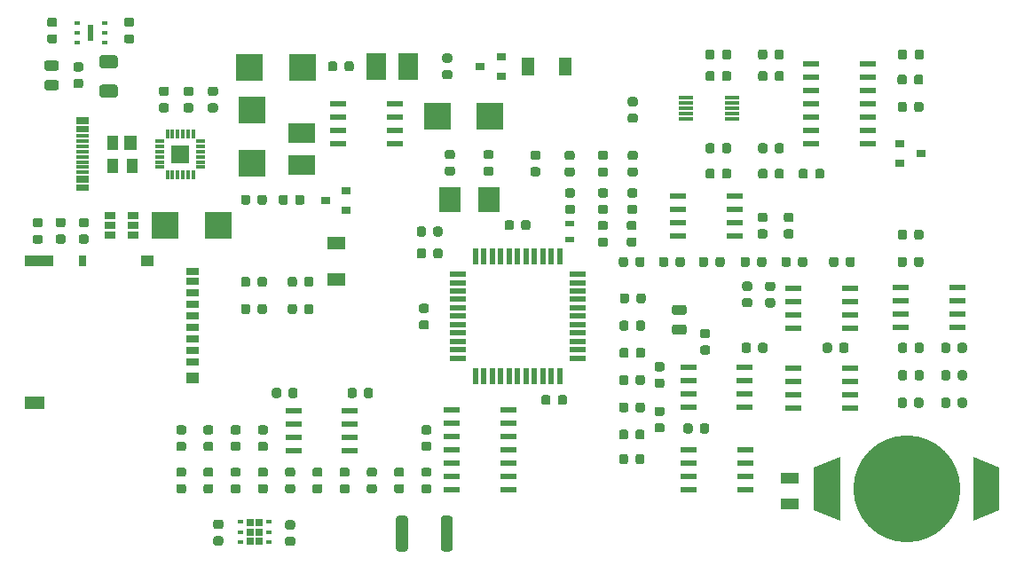
<source format=gtp>
G04 #@! TF.GenerationSoftware,KiCad,Pcbnew,5.1.6-c6e7f7d~87~ubuntu18.04.1*
G04 #@! TF.CreationDate,2020-08-27T19:41:55+03:00*
G04 #@! TF.ProjectId,PSLab,50534c61-622e-46b6-9963-61645f706362,v6.1*
G04 #@! TF.SameCoordinates,Original*
G04 #@! TF.FileFunction,Paste,Top*
G04 #@! TF.FilePolarity,Positive*
%FSLAX46Y46*%
G04 Gerber Fmt 4.6, Leading zero omitted, Abs format (unit mm)*
G04 Created by KiCad (PCBNEW 5.1.6-c6e7f7d~87~ubuntu18.04.1) date 2020-08-27 19:41:55*
%MOMM*%
%LPD*%
G01*
G04 APERTURE LIST*
%ADD10C,0.100000*%
%ADD11C,10.200000*%
%ADD12R,0.600000X1.500000*%
%ADD13R,0.630000X0.450000*%
%ADD14R,0.850000X0.300000*%
%ADD15R,0.300000X0.850000*%
%ADD16R,1.800000X1.800000*%
%ADD17R,1.060000X0.650000*%
%ADD18R,1.550000X0.600000*%
%ADD19R,0.550000X1.500000*%
%ADD20R,1.500000X0.550000*%
%ADD21R,2.500000X2.550000*%
%ADD22R,2.550000X2.500000*%
%ADD23R,0.900000X0.800000*%
%ADD24R,1.500000X0.600000*%
%ADD25R,1.400000X0.300000*%
%ADD26R,2.500000X1.950000*%
%ADD27R,1.950000X2.500000*%
%ADD28R,0.900000X0.500000*%
%ADD29R,2.000000X2.400000*%
%ADD30R,1.200000X1.400000*%
%ADD31R,1.000000X1.400000*%
%ADD32R,1.900000X1.300000*%
%ADD33R,2.800000X1.000000*%
%ADD34R,0.800000X1.000000*%
%ADD35R,1.200000X1.000000*%
%ADD36R,1.200000X0.700000*%
%ADD37R,1.800000X1.000000*%
%ADD38R,1.150000X0.300000*%
%ADD39R,0.660000X0.730000*%
%ADD40R,1.700000X1.300000*%
%ADD41R,1.300000X1.700000*%
G04 APERTURE END LIST*
G36*
G01*
X148660000Y-90963750D02*
X148660000Y-91476250D01*
G75*
G02*
X148441250Y-91695000I-218750J0D01*
G01*
X148003750Y-91695000D01*
G75*
G02*
X147785000Y-91476250I0J218750D01*
G01*
X147785000Y-90963750D01*
G75*
G02*
X148003750Y-90745000I218750J0D01*
G01*
X148441250Y-90745000D01*
G75*
G02*
X148660000Y-90963750I0J-218750D01*
G01*
G37*
G36*
G01*
X150235000Y-90963750D02*
X150235000Y-91476250D01*
G75*
G02*
X150016250Y-91695000I-218750J0D01*
G01*
X149578750Y-91695000D01*
G75*
G02*
X149360000Y-91476250I0J218750D01*
G01*
X149360000Y-90963750D01*
G75*
G02*
X149578750Y-90745000I218750J0D01*
G01*
X150016250Y-90745000D01*
G75*
G02*
X150235000Y-90963750I0J-218750D01*
G01*
G37*
G36*
G01*
X111416250Y-101610000D02*
X110903750Y-101610000D01*
G75*
G02*
X110685000Y-101391250I0J218750D01*
G01*
X110685000Y-100953750D01*
G75*
G02*
X110903750Y-100735000I218750J0D01*
G01*
X111416250Y-100735000D01*
G75*
G02*
X111635000Y-100953750I0J-218750D01*
G01*
X111635000Y-101391250D01*
G75*
G02*
X111416250Y-101610000I-218750J0D01*
G01*
G37*
G36*
G01*
X111416250Y-103185000D02*
X110903750Y-103185000D01*
G75*
G02*
X110685000Y-102966250I0J218750D01*
G01*
X110685000Y-102528750D01*
G75*
G02*
X110903750Y-102310000I218750J0D01*
G01*
X111416250Y-102310000D01*
G75*
G02*
X111635000Y-102528750I0J-218750D01*
G01*
X111635000Y-102966250D01*
G75*
G02*
X111416250Y-103185000I-218750J0D01*
G01*
G37*
G36*
G01*
X118703750Y-106350000D02*
X119216250Y-106350000D01*
G75*
G02*
X119435000Y-106568750I0J-218750D01*
G01*
X119435000Y-107006250D01*
G75*
G02*
X119216250Y-107225000I-218750J0D01*
G01*
X118703750Y-107225000D01*
G75*
G02*
X118485000Y-107006250I0J218750D01*
G01*
X118485000Y-106568750D01*
G75*
G02*
X118703750Y-106350000I218750J0D01*
G01*
G37*
G36*
G01*
X118703750Y-104775000D02*
X119216250Y-104775000D01*
G75*
G02*
X119435000Y-104993750I0J-218750D01*
G01*
X119435000Y-105431250D01*
G75*
G02*
X119216250Y-105650000I-218750J0D01*
G01*
X118703750Y-105650000D01*
G75*
G02*
X118485000Y-105431250I0J218750D01*
G01*
X118485000Y-104993750D01*
G75*
G02*
X118703750Y-104775000I218750J0D01*
G01*
G37*
G36*
G01*
X140016250Y-75400000D02*
X139503750Y-75400000D01*
G75*
G02*
X139285000Y-75181250I0J218750D01*
G01*
X139285000Y-74743750D01*
G75*
G02*
X139503750Y-74525000I218750J0D01*
G01*
X140016250Y-74525000D01*
G75*
G02*
X140235000Y-74743750I0J-218750D01*
G01*
X140235000Y-75181250D01*
G75*
G02*
X140016250Y-75400000I-218750J0D01*
G01*
G37*
G36*
G01*
X140016250Y-76975000D02*
X139503750Y-76975000D01*
G75*
G02*
X139285000Y-76756250I0J218750D01*
G01*
X139285000Y-76318750D01*
G75*
G02*
X139503750Y-76100000I218750J0D01*
G01*
X140016250Y-76100000D01*
G75*
G02*
X140235000Y-76318750I0J-218750D01*
G01*
X140235000Y-76756250D01*
G75*
G02*
X140016250Y-76975000I-218750J0D01*
G01*
G37*
G36*
G01*
X129320000Y-84073750D02*
X129320000Y-84586250D01*
G75*
G02*
X129101250Y-84805000I-218750J0D01*
G01*
X128663750Y-84805000D01*
G75*
G02*
X128445000Y-84586250I0J218750D01*
G01*
X128445000Y-84073750D01*
G75*
G02*
X128663750Y-83855000I218750J0D01*
G01*
X129101250Y-83855000D01*
G75*
G02*
X129320000Y-84073750I0J-218750D01*
G01*
G37*
G36*
G01*
X130895000Y-84073750D02*
X130895000Y-84586250D01*
G75*
G02*
X130676250Y-84805000I-218750J0D01*
G01*
X130238750Y-84805000D01*
G75*
G02*
X130020000Y-84586250I0J218750D01*
G01*
X130020000Y-84073750D01*
G75*
G02*
X130238750Y-83855000I218750J0D01*
G01*
X130676250Y-83855000D01*
G75*
G02*
X130895000Y-84073750I0J-218750D01*
G01*
G37*
G36*
G01*
X129320000Y-81983750D02*
X129320000Y-82496250D01*
G75*
G02*
X129101250Y-82715000I-218750J0D01*
G01*
X128663750Y-82715000D01*
G75*
G02*
X128445000Y-82496250I0J218750D01*
G01*
X128445000Y-81983750D01*
G75*
G02*
X128663750Y-81765000I218750J0D01*
G01*
X129101250Y-81765000D01*
G75*
G02*
X129320000Y-81983750I0J-218750D01*
G01*
G37*
G36*
G01*
X130895000Y-81983750D02*
X130895000Y-82496250D01*
G75*
G02*
X130676250Y-82715000I-218750J0D01*
G01*
X130238750Y-82715000D01*
G75*
G02*
X130020000Y-82496250I0J218750D01*
G01*
X130020000Y-81983750D01*
G75*
G02*
X130238750Y-81765000I218750J0D01*
G01*
X130676250Y-81765000D01*
G75*
G02*
X130895000Y-81983750I0J-218750D01*
G01*
G37*
G36*
G01*
X112550000Y-78953750D02*
X112550000Y-79466250D01*
G75*
G02*
X112331250Y-79685000I-218750J0D01*
G01*
X111893750Y-79685000D01*
G75*
G02*
X111675000Y-79466250I0J218750D01*
G01*
X111675000Y-78953750D01*
G75*
G02*
X111893750Y-78735000I218750J0D01*
G01*
X112331250Y-78735000D01*
G75*
G02*
X112550000Y-78953750I0J-218750D01*
G01*
G37*
G36*
G01*
X114125000Y-78953750D02*
X114125000Y-79466250D01*
G75*
G02*
X113906250Y-79685000I-218750J0D01*
G01*
X113468750Y-79685000D01*
G75*
G02*
X113250000Y-79466250I0J218750D01*
G01*
X113250000Y-78953750D01*
G75*
G02*
X113468750Y-78735000I218750J0D01*
G01*
X113906250Y-78735000D01*
G75*
G02*
X114125000Y-78953750I0J-218750D01*
G01*
G37*
G36*
G01*
X116850000Y-79476250D02*
X116850000Y-78963750D01*
G75*
G02*
X117068750Y-78745000I218750J0D01*
G01*
X117506250Y-78745000D01*
G75*
G02*
X117725000Y-78963750I0J-218750D01*
G01*
X117725000Y-79476250D01*
G75*
G02*
X117506250Y-79695000I-218750J0D01*
G01*
X117068750Y-79695000D01*
G75*
G02*
X116850000Y-79476250I0J218750D01*
G01*
G37*
G36*
G01*
X115275000Y-79476250D02*
X115275000Y-78963750D01*
G75*
G02*
X115493750Y-78745000I218750J0D01*
G01*
X115931250Y-78745000D01*
G75*
G02*
X116150000Y-78963750I0J-218750D01*
G01*
X116150000Y-79476250D01*
G75*
G02*
X115931250Y-79695000I-218750J0D01*
G01*
X115493750Y-79695000D01*
G75*
G02*
X115275000Y-79476250I0J218750D01*
G01*
G37*
G36*
G01*
X175200000Y-98323750D02*
X175200000Y-98836250D01*
G75*
G02*
X174981250Y-99055000I-218750J0D01*
G01*
X174543750Y-99055000D01*
G75*
G02*
X174325000Y-98836250I0J218750D01*
G01*
X174325000Y-98323750D01*
G75*
G02*
X174543750Y-98105000I218750J0D01*
G01*
X174981250Y-98105000D01*
G75*
G02*
X175200000Y-98323750I0J-218750D01*
G01*
G37*
G36*
G01*
X176775000Y-98323750D02*
X176775000Y-98836250D01*
G75*
G02*
X176556250Y-99055000I-218750J0D01*
G01*
X176118750Y-99055000D01*
G75*
G02*
X175900000Y-98836250I0J218750D01*
G01*
X175900000Y-98323750D01*
G75*
G02*
X176118750Y-98105000I218750J0D01*
G01*
X176556250Y-98105000D01*
G75*
G02*
X176775000Y-98323750I0J-218750D01*
G01*
G37*
G36*
G01*
X179360000Y-98323750D02*
X179360000Y-98836250D01*
G75*
G02*
X179141250Y-99055000I-218750J0D01*
G01*
X178703750Y-99055000D01*
G75*
G02*
X178485000Y-98836250I0J218750D01*
G01*
X178485000Y-98323750D01*
G75*
G02*
X178703750Y-98105000I218750J0D01*
G01*
X179141250Y-98105000D01*
G75*
G02*
X179360000Y-98323750I0J-218750D01*
G01*
G37*
G36*
G01*
X180935000Y-98323750D02*
X180935000Y-98836250D01*
G75*
G02*
X180716250Y-99055000I-218750J0D01*
G01*
X180278750Y-99055000D01*
G75*
G02*
X180060000Y-98836250I0J218750D01*
G01*
X180060000Y-98323750D01*
G75*
G02*
X180278750Y-98105000I218750J0D01*
G01*
X180716250Y-98105000D01*
G75*
G02*
X180935000Y-98323750I0J-218750D01*
G01*
G37*
G36*
G01*
X179360000Y-95703750D02*
X179360000Y-96216250D01*
G75*
G02*
X179141250Y-96435000I-218750J0D01*
G01*
X178703750Y-96435000D01*
G75*
G02*
X178485000Y-96216250I0J218750D01*
G01*
X178485000Y-95703750D01*
G75*
G02*
X178703750Y-95485000I218750J0D01*
G01*
X179141250Y-95485000D01*
G75*
G02*
X179360000Y-95703750I0J-218750D01*
G01*
G37*
G36*
G01*
X180935000Y-95703750D02*
X180935000Y-96216250D01*
G75*
G02*
X180716250Y-96435000I-218750J0D01*
G01*
X180278750Y-96435000D01*
G75*
G02*
X180060000Y-96216250I0J218750D01*
G01*
X180060000Y-95703750D01*
G75*
G02*
X180278750Y-95485000I218750J0D01*
G01*
X180716250Y-95485000D01*
G75*
G02*
X180935000Y-95703750I0J-218750D01*
G01*
G37*
G36*
G01*
X175240000Y-95703750D02*
X175240000Y-96216250D01*
G75*
G02*
X175021250Y-96435000I-218750J0D01*
G01*
X174583750Y-96435000D01*
G75*
G02*
X174365000Y-96216250I0J218750D01*
G01*
X174365000Y-95703750D01*
G75*
G02*
X174583750Y-95485000I218750J0D01*
G01*
X175021250Y-95485000D01*
G75*
G02*
X175240000Y-95703750I0J-218750D01*
G01*
G37*
G36*
G01*
X176815000Y-95703750D02*
X176815000Y-96216250D01*
G75*
G02*
X176596250Y-96435000I-218750J0D01*
G01*
X176158750Y-96435000D01*
G75*
G02*
X175940000Y-96216250I0J218750D01*
G01*
X175940000Y-95703750D01*
G75*
G02*
X176158750Y-95485000I218750J0D01*
G01*
X176596250Y-95485000D01*
G75*
G02*
X176815000Y-95703750I0J-218750D01*
G01*
G37*
G36*
G01*
X131606250Y-66130000D02*
X131093750Y-66130000D01*
G75*
G02*
X130875000Y-65911250I0J218750D01*
G01*
X130875000Y-65473750D01*
G75*
G02*
X131093750Y-65255000I218750J0D01*
G01*
X131606250Y-65255000D01*
G75*
G02*
X131825000Y-65473750I0J-218750D01*
G01*
X131825000Y-65911250D01*
G75*
G02*
X131606250Y-66130000I-218750J0D01*
G01*
G37*
G36*
G01*
X131606250Y-67705000D02*
X131093750Y-67705000D01*
G75*
G02*
X130875000Y-67486250I0J218750D01*
G01*
X130875000Y-67048750D01*
G75*
G02*
X131093750Y-66830000I218750J0D01*
G01*
X131606250Y-66830000D01*
G75*
G02*
X131825000Y-67048750I0J-218750D01*
G01*
X131825000Y-67486250D01*
G75*
G02*
X131606250Y-67705000I-218750J0D01*
G01*
G37*
G36*
G01*
X142773750Y-76120000D02*
X143286250Y-76120000D01*
G75*
G02*
X143505000Y-76338750I0J-218750D01*
G01*
X143505000Y-76776250D01*
G75*
G02*
X143286250Y-76995000I-218750J0D01*
G01*
X142773750Y-76995000D01*
G75*
G02*
X142555000Y-76776250I0J218750D01*
G01*
X142555000Y-76338750D01*
G75*
G02*
X142773750Y-76120000I218750J0D01*
G01*
G37*
G36*
G01*
X142773750Y-74545000D02*
X143286250Y-74545000D01*
G75*
G02*
X143505000Y-74763750I0J-218750D01*
G01*
X143505000Y-75201250D01*
G75*
G02*
X143286250Y-75420000I-218750J0D01*
G01*
X142773750Y-75420000D01*
G75*
G02*
X142555000Y-75201250I0J218750D01*
G01*
X142555000Y-74763750D01*
G75*
G02*
X142773750Y-74545000I218750J0D01*
G01*
G37*
G36*
G01*
X120850000Y-66223750D02*
X120850000Y-66736250D01*
G75*
G02*
X120631250Y-66955000I-218750J0D01*
G01*
X120193750Y-66955000D01*
G75*
G02*
X119975000Y-66736250I0J218750D01*
G01*
X119975000Y-66223750D01*
G75*
G02*
X120193750Y-66005000I218750J0D01*
G01*
X120631250Y-66005000D01*
G75*
G02*
X120850000Y-66223750I0J-218750D01*
G01*
G37*
G36*
G01*
X122425000Y-66223750D02*
X122425000Y-66736250D01*
G75*
G02*
X122206250Y-66955000I-218750J0D01*
G01*
X121768750Y-66955000D01*
G75*
G02*
X121550000Y-66736250I0J218750D01*
G01*
X121550000Y-66223750D01*
G75*
G02*
X121768750Y-66005000I218750J0D01*
G01*
X122206250Y-66005000D01*
G75*
G02*
X122425000Y-66223750I0J-218750D01*
G01*
G37*
G36*
G01*
X149300000Y-85396250D02*
X149300000Y-84883750D01*
G75*
G02*
X149518750Y-84665000I218750J0D01*
G01*
X149956250Y-84665000D01*
G75*
G02*
X150175000Y-84883750I0J-218750D01*
G01*
X150175000Y-85396250D01*
G75*
G02*
X149956250Y-85615000I-218750J0D01*
G01*
X149518750Y-85615000D01*
G75*
G02*
X149300000Y-85396250I0J218750D01*
G01*
G37*
G36*
G01*
X147725000Y-85396250D02*
X147725000Y-84883750D01*
G75*
G02*
X147943750Y-84665000I218750J0D01*
G01*
X148381250Y-84665000D01*
G75*
G02*
X148600000Y-84883750I0J-218750D01*
G01*
X148600000Y-85396250D01*
G75*
G02*
X148381250Y-85615000I-218750J0D01*
G01*
X147943750Y-85615000D01*
G75*
G02*
X147725000Y-85396250I0J218750D01*
G01*
G37*
G36*
G01*
X113503750Y-106350000D02*
X114016250Y-106350000D01*
G75*
G02*
X114235000Y-106568750I0J-218750D01*
G01*
X114235000Y-107006250D01*
G75*
G02*
X114016250Y-107225000I-218750J0D01*
G01*
X113503750Y-107225000D01*
G75*
G02*
X113285000Y-107006250I0J218750D01*
G01*
X113285000Y-106568750D01*
G75*
G02*
X113503750Y-106350000I218750J0D01*
G01*
G37*
G36*
G01*
X113503750Y-104775000D02*
X114016250Y-104775000D01*
G75*
G02*
X114235000Y-104993750I0J-218750D01*
G01*
X114235000Y-105431250D01*
G75*
G02*
X114016250Y-105650000I-218750J0D01*
G01*
X113503750Y-105650000D01*
G75*
G02*
X113285000Y-105431250I0J218750D01*
G01*
X113285000Y-104993750D01*
G75*
G02*
X113503750Y-104775000I218750J0D01*
G01*
G37*
G36*
G01*
X145953750Y-79690000D02*
X146466250Y-79690000D01*
G75*
G02*
X146685000Y-79908750I0J-218750D01*
G01*
X146685000Y-80346250D01*
G75*
G02*
X146466250Y-80565000I-218750J0D01*
G01*
X145953750Y-80565000D01*
G75*
G02*
X145735000Y-80346250I0J218750D01*
G01*
X145735000Y-79908750D01*
G75*
G02*
X145953750Y-79690000I218750J0D01*
G01*
G37*
G36*
G01*
X145953750Y-78115000D02*
X146466250Y-78115000D01*
G75*
G02*
X146685000Y-78333750I0J-218750D01*
G01*
X146685000Y-78771250D01*
G75*
G02*
X146466250Y-78990000I-218750J0D01*
G01*
X145953750Y-78990000D01*
G75*
G02*
X145735000Y-78771250I0J218750D01*
G01*
X145735000Y-78333750D01*
G75*
G02*
X145953750Y-78115000I218750J0D01*
G01*
G37*
G36*
G01*
X146466250Y-75420000D02*
X145953750Y-75420000D01*
G75*
G02*
X145735000Y-75201250I0J218750D01*
G01*
X145735000Y-74763750D01*
G75*
G02*
X145953750Y-74545000I218750J0D01*
G01*
X146466250Y-74545000D01*
G75*
G02*
X146685000Y-74763750I0J-218750D01*
G01*
X146685000Y-75201250D01*
G75*
G02*
X146466250Y-75420000I-218750J0D01*
G01*
G37*
G36*
G01*
X146466250Y-76995000D02*
X145953750Y-76995000D01*
G75*
G02*
X145735000Y-76776250I0J218750D01*
G01*
X145735000Y-76338750D01*
G75*
G02*
X145953750Y-76120000I218750J0D01*
G01*
X146466250Y-76120000D01*
G75*
G02*
X146685000Y-76338750I0J-218750D01*
G01*
X146685000Y-76776250D01*
G75*
G02*
X146466250Y-76995000I-218750J0D01*
G01*
G37*
G36*
G01*
X157570000Y-65606250D02*
X157570000Y-65093750D01*
G75*
G02*
X157788750Y-64875000I218750J0D01*
G01*
X158226250Y-64875000D01*
G75*
G02*
X158445000Y-65093750I0J-218750D01*
G01*
X158445000Y-65606250D01*
G75*
G02*
X158226250Y-65825000I-218750J0D01*
G01*
X157788750Y-65825000D01*
G75*
G02*
X157570000Y-65606250I0J218750D01*
G01*
G37*
G36*
G01*
X155995000Y-65606250D02*
X155995000Y-65093750D01*
G75*
G02*
X156213750Y-64875000I218750J0D01*
G01*
X156651250Y-64875000D01*
G75*
G02*
X156870000Y-65093750I0J-218750D01*
G01*
X156870000Y-65606250D01*
G75*
G02*
X156651250Y-65825000I-218750J0D01*
G01*
X156213750Y-65825000D01*
G75*
G02*
X155995000Y-65606250I0J218750D01*
G01*
G37*
G36*
G01*
X162580000Y-65606250D02*
X162580000Y-65093750D01*
G75*
G02*
X162798750Y-64875000I218750J0D01*
G01*
X163236250Y-64875000D01*
G75*
G02*
X163455000Y-65093750I0J-218750D01*
G01*
X163455000Y-65606250D01*
G75*
G02*
X163236250Y-65825000I-218750J0D01*
G01*
X162798750Y-65825000D01*
G75*
G02*
X162580000Y-65606250I0J218750D01*
G01*
G37*
G36*
G01*
X161005000Y-65606250D02*
X161005000Y-65093750D01*
G75*
G02*
X161223750Y-64875000I218750J0D01*
G01*
X161661250Y-64875000D01*
G75*
G02*
X161880000Y-65093750I0J-218750D01*
G01*
X161880000Y-65606250D01*
G75*
G02*
X161661250Y-65825000I-218750J0D01*
G01*
X161223750Y-65825000D01*
G75*
G02*
X161005000Y-65606250I0J218750D01*
G01*
G37*
G36*
G01*
X161903750Y-88610000D02*
X162416250Y-88610000D01*
G75*
G02*
X162635000Y-88828750I0J-218750D01*
G01*
X162635000Y-89266250D01*
G75*
G02*
X162416250Y-89485000I-218750J0D01*
G01*
X161903750Y-89485000D01*
G75*
G02*
X161685000Y-89266250I0J218750D01*
G01*
X161685000Y-88828750D01*
G75*
G02*
X161903750Y-88610000I218750J0D01*
G01*
G37*
G36*
G01*
X161903750Y-87035000D02*
X162416250Y-87035000D01*
G75*
G02*
X162635000Y-87253750I0J-218750D01*
G01*
X162635000Y-87691250D01*
G75*
G02*
X162416250Y-87910000I-218750J0D01*
G01*
X161903750Y-87910000D01*
G75*
G02*
X161685000Y-87691250I0J218750D01*
G01*
X161685000Y-87253750D01*
G75*
G02*
X161903750Y-87035000I218750J0D01*
G01*
G37*
G36*
G01*
X175940000Y-93596250D02*
X175940000Y-93083750D01*
G75*
G02*
X176158750Y-92865000I218750J0D01*
G01*
X176596250Y-92865000D01*
G75*
G02*
X176815000Y-93083750I0J-218750D01*
G01*
X176815000Y-93596250D01*
G75*
G02*
X176596250Y-93815000I-218750J0D01*
G01*
X176158750Y-93815000D01*
G75*
G02*
X175940000Y-93596250I0J218750D01*
G01*
G37*
G36*
G01*
X174365000Y-93596250D02*
X174365000Y-93083750D01*
G75*
G02*
X174583750Y-92865000I218750J0D01*
G01*
X175021250Y-92865000D01*
G75*
G02*
X175240000Y-93083750I0J-218750D01*
G01*
X175240000Y-93596250D01*
G75*
G02*
X175021250Y-93815000I-218750J0D01*
G01*
X174583750Y-93815000D01*
G75*
G02*
X174365000Y-93596250I0J218750D01*
G01*
G37*
G36*
G01*
X175200000Y-84883750D02*
X175200000Y-85396250D01*
G75*
G02*
X174981250Y-85615000I-218750J0D01*
G01*
X174543750Y-85615000D01*
G75*
G02*
X174325000Y-85396250I0J218750D01*
G01*
X174325000Y-84883750D01*
G75*
G02*
X174543750Y-84665000I218750J0D01*
G01*
X174981250Y-84665000D01*
G75*
G02*
X175200000Y-84883750I0J-218750D01*
G01*
G37*
G36*
G01*
X176775000Y-84883750D02*
X176775000Y-85396250D01*
G75*
G02*
X176556250Y-85615000I-218750J0D01*
G01*
X176118750Y-85615000D01*
G75*
G02*
X175900000Y-85396250I0J218750D01*
G01*
X175900000Y-84883750D01*
G75*
G02*
X176118750Y-84665000I218750J0D01*
G01*
X176556250Y-84665000D01*
G75*
G02*
X176775000Y-84883750I0J-218750D01*
G01*
G37*
G36*
G01*
X160220000Y-84883750D02*
X160220000Y-85396250D01*
G75*
G02*
X160001250Y-85615000I-218750J0D01*
G01*
X159563750Y-85615000D01*
G75*
G02*
X159345000Y-85396250I0J218750D01*
G01*
X159345000Y-84883750D01*
G75*
G02*
X159563750Y-84665000I218750J0D01*
G01*
X160001250Y-84665000D01*
G75*
G02*
X160220000Y-84883750I0J-218750D01*
G01*
G37*
G36*
G01*
X161795000Y-84883750D02*
X161795000Y-85396250D01*
G75*
G02*
X161576250Y-85615000I-218750J0D01*
G01*
X161138750Y-85615000D01*
G75*
G02*
X160920000Y-85396250I0J218750D01*
G01*
X160920000Y-84883750D01*
G75*
G02*
X161138750Y-84665000I218750J0D01*
G01*
X161576250Y-84665000D01*
G75*
G02*
X161795000Y-84883750I0J-218750D01*
G01*
G37*
G36*
G01*
X175190000Y-67493750D02*
X175190000Y-68006250D01*
G75*
G02*
X174971250Y-68225000I-218750J0D01*
G01*
X174533750Y-68225000D01*
G75*
G02*
X174315000Y-68006250I0J218750D01*
G01*
X174315000Y-67493750D01*
G75*
G02*
X174533750Y-67275000I218750J0D01*
G01*
X174971250Y-67275000D01*
G75*
G02*
X175190000Y-67493750I0J-218750D01*
G01*
G37*
G36*
G01*
X176765000Y-67493750D02*
X176765000Y-68006250D01*
G75*
G02*
X176546250Y-68225000I-218750J0D01*
G01*
X176108750Y-68225000D01*
G75*
G02*
X175890000Y-68006250I0J218750D01*
G01*
X175890000Y-67493750D01*
G75*
G02*
X176108750Y-67275000I218750J0D01*
G01*
X176546250Y-67275000D01*
G75*
G02*
X176765000Y-67493750I0J-218750D01*
G01*
G37*
G36*
G01*
X175240000Y-65093750D02*
X175240000Y-65606250D01*
G75*
G02*
X175021250Y-65825000I-218750J0D01*
G01*
X174583750Y-65825000D01*
G75*
G02*
X174365000Y-65606250I0J218750D01*
G01*
X174365000Y-65093750D01*
G75*
G02*
X174583750Y-64875000I218750J0D01*
G01*
X175021250Y-64875000D01*
G75*
G02*
X175240000Y-65093750I0J-218750D01*
G01*
G37*
G36*
G01*
X176815000Y-65093750D02*
X176815000Y-65606250D01*
G75*
G02*
X176596250Y-65825000I-218750J0D01*
G01*
X176158750Y-65825000D01*
G75*
G02*
X175940000Y-65606250I0J218750D01*
G01*
X175940000Y-65093750D01*
G75*
G02*
X176158750Y-64875000I218750J0D01*
G01*
X176596250Y-64875000D01*
G75*
G02*
X176815000Y-65093750I0J-218750D01*
G01*
G37*
G36*
G01*
X148793750Y-70990000D02*
X149306250Y-70990000D01*
G75*
G02*
X149525000Y-71208750I0J-218750D01*
G01*
X149525000Y-71646250D01*
G75*
G02*
X149306250Y-71865000I-218750J0D01*
G01*
X148793750Y-71865000D01*
G75*
G02*
X148575000Y-71646250I0J218750D01*
G01*
X148575000Y-71208750D01*
G75*
G02*
X148793750Y-70990000I218750J0D01*
G01*
G37*
G36*
G01*
X148793750Y-69415000D02*
X149306250Y-69415000D01*
G75*
G02*
X149525000Y-69633750I0J-218750D01*
G01*
X149525000Y-70071250D01*
G75*
G02*
X149306250Y-70290000I-218750J0D01*
G01*
X148793750Y-70290000D01*
G75*
G02*
X148575000Y-70071250I0J218750D01*
G01*
X148575000Y-69633750D01*
G75*
G02*
X148793750Y-69415000I218750J0D01*
G01*
G37*
G36*
G01*
X148630000Y-96163750D02*
X148630000Y-96676250D01*
G75*
G02*
X148411250Y-96895000I-218750J0D01*
G01*
X147973750Y-96895000D01*
G75*
G02*
X147755000Y-96676250I0J218750D01*
G01*
X147755000Y-96163750D01*
G75*
G02*
X147973750Y-95945000I218750J0D01*
G01*
X148411250Y-95945000D01*
G75*
G02*
X148630000Y-96163750I0J-218750D01*
G01*
G37*
G36*
G01*
X150205000Y-96163750D02*
X150205000Y-96676250D01*
G75*
G02*
X149986250Y-96895000I-218750J0D01*
G01*
X149548750Y-96895000D01*
G75*
G02*
X149330000Y-96676250I0J218750D01*
G01*
X149330000Y-96163750D01*
G75*
G02*
X149548750Y-95945000I218750J0D01*
G01*
X149986250Y-95945000D01*
G75*
G02*
X150205000Y-96163750I0J-218750D01*
G01*
G37*
G36*
G01*
X148610000Y-101363750D02*
X148610000Y-101876250D01*
G75*
G02*
X148391250Y-102095000I-218750J0D01*
G01*
X147953750Y-102095000D01*
G75*
G02*
X147735000Y-101876250I0J218750D01*
G01*
X147735000Y-101363750D01*
G75*
G02*
X147953750Y-101145000I218750J0D01*
G01*
X148391250Y-101145000D01*
G75*
G02*
X148610000Y-101363750I0J-218750D01*
G01*
G37*
G36*
G01*
X150185000Y-101363750D02*
X150185000Y-101876250D01*
G75*
G02*
X149966250Y-102095000I-218750J0D01*
G01*
X149528750Y-102095000D01*
G75*
G02*
X149310000Y-101876250I0J218750D01*
G01*
X149310000Y-101363750D01*
G75*
G02*
X149528750Y-101145000I218750J0D01*
G01*
X149966250Y-101145000D01*
G75*
G02*
X150185000Y-101363750I0J-218750D01*
G01*
G37*
G36*
G01*
X149330000Y-99276250D02*
X149330000Y-98763750D01*
G75*
G02*
X149548750Y-98545000I218750J0D01*
G01*
X149986250Y-98545000D01*
G75*
G02*
X150205000Y-98763750I0J-218750D01*
G01*
X150205000Y-99276250D01*
G75*
G02*
X149986250Y-99495000I-218750J0D01*
G01*
X149548750Y-99495000D01*
G75*
G02*
X149330000Y-99276250I0J218750D01*
G01*
G37*
G36*
G01*
X147755000Y-99276250D02*
X147755000Y-98763750D01*
G75*
G02*
X147973750Y-98545000I218750J0D01*
G01*
X148411250Y-98545000D01*
G75*
G02*
X148630000Y-98763750I0J-218750D01*
G01*
X148630000Y-99276250D01*
G75*
G02*
X148411250Y-99495000I-218750J0D01*
G01*
X147973750Y-99495000D01*
G75*
G02*
X147755000Y-99276250I0J218750D01*
G01*
G37*
G36*
G01*
X146456250Y-82110000D02*
X145943750Y-82110000D01*
G75*
G02*
X145725000Y-81891250I0J218750D01*
G01*
X145725000Y-81453750D01*
G75*
G02*
X145943750Y-81235000I218750J0D01*
G01*
X146456250Y-81235000D01*
G75*
G02*
X146675000Y-81453750I0J-218750D01*
G01*
X146675000Y-81891250D01*
G75*
G02*
X146456250Y-82110000I-218750J0D01*
G01*
G37*
G36*
G01*
X146456250Y-83685000D02*
X145943750Y-83685000D01*
G75*
G02*
X145725000Y-83466250I0J218750D01*
G01*
X145725000Y-83028750D01*
G75*
G02*
X145943750Y-82810000I218750J0D01*
G01*
X146456250Y-82810000D01*
G75*
G02*
X146675000Y-83028750I0J-218750D01*
G01*
X146675000Y-83466250D01*
G75*
G02*
X146456250Y-83685000I-218750J0D01*
G01*
G37*
G36*
G01*
X149206250Y-82110000D02*
X148693750Y-82110000D01*
G75*
G02*
X148475000Y-81891250I0J218750D01*
G01*
X148475000Y-81453750D01*
G75*
G02*
X148693750Y-81235000I218750J0D01*
G01*
X149206250Y-81235000D01*
G75*
G02*
X149425000Y-81453750I0J-218750D01*
G01*
X149425000Y-81891250D01*
G75*
G02*
X149206250Y-82110000I-218750J0D01*
G01*
G37*
G36*
G01*
X149206250Y-83685000D02*
X148693750Y-83685000D01*
G75*
G02*
X148475000Y-83466250I0J218750D01*
G01*
X148475000Y-83028750D01*
G75*
G02*
X148693750Y-82810000I218750J0D01*
G01*
X149206250Y-82810000D01*
G75*
G02*
X149425000Y-83028750I0J-218750D01*
G01*
X149425000Y-83466250D01*
G75*
G02*
X149206250Y-83685000I-218750J0D01*
G01*
G37*
G36*
G01*
X153140000Y-85396250D02*
X153140000Y-84883750D01*
G75*
G02*
X153358750Y-84665000I218750J0D01*
G01*
X153796250Y-84665000D01*
G75*
G02*
X154015000Y-84883750I0J-218750D01*
G01*
X154015000Y-85396250D01*
G75*
G02*
X153796250Y-85615000I-218750J0D01*
G01*
X153358750Y-85615000D01*
G75*
G02*
X153140000Y-85396250I0J218750D01*
G01*
G37*
G36*
G01*
X151565000Y-85396250D02*
X151565000Y-84883750D01*
G75*
G02*
X151783750Y-84665000I218750J0D01*
G01*
X152221250Y-84665000D01*
G75*
G02*
X152440000Y-84883750I0J-218750D01*
G01*
X152440000Y-85396250D01*
G75*
G02*
X152221250Y-85615000I-218750J0D01*
G01*
X151783750Y-85615000D01*
G75*
G02*
X151565000Y-85396250I0J218750D01*
G01*
G37*
G36*
G01*
X155703750Y-93120000D02*
X156216250Y-93120000D01*
G75*
G02*
X156435000Y-93338750I0J-218750D01*
G01*
X156435000Y-93776250D01*
G75*
G02*
X156216250Y-93995000I-218750J0D01*
G01*
X155703750Y-93995000D01*
G75*
G02*
X155485000Y-93776250I0J218750D01*
G01*
X155485000Y-93338750D01*
G75*
G02*
X155703750Y-93120000I218750J0D01*
G01*
G37*
G36*
G01*
X155703750Y-91545000D02*
X156216250Y-91545000D01*
G75*
G02*
X156435000Y-91763750I0J-218750D01*
G01*
X156435000Y-92201250D01*
G75*
G02*
X156216250Y-92420000I-218750J0D01*
G01*
X155703750Y-92420000D01*
G75*
G02*
X155485000Y-92201250I0J218750D01*
G01*
X155485000Y-91763750D01*
G75*
G02*
X155703750Y-91545000I218750J0D01*
G01*
G37*
G36*
G01*
X157570000Y-74546250D02*
X157570000Y-74033750D01*
G75*
G02*
X157788750Y-73815000I218750J0D01*
G01*
X158226250Y-73815000D01*
G75*
G02*
X158445000Y-74033750I0J-218750D01*
G01*
X158445000Y-74546250D01*
G75*
G02*
X158226250Y-74765000I-218750J0D01*
G01*
X157788750Y-74765000D01*
G75*
G02*
X157570000Y-74546250I0J218750D01*
G01*
G37*
G36*
G01*
X155995000Y-74546250D02*
X155995000Y-74033750D01*
G75*
G02*
X156213750Y-73815000I218750J0D01*
G01*
X156651250Y-73815000D01*
G75*
G02*
X156870000Y-74033750I0J-218750D01*
G01*
X156870000Y-74546250D01*
G75*
G02*
X156651250Y-74765000I-218750J0D01*
G01*
X156213750Y-74765000D01*
G75*
G02*
X155995000Y-74546250I0J218750D01*
G01*
G37*
G36*
G01*
X175200000Y-82283750D02*
X175200000Y-82796250D01*
G75*
G02*
X174981250Y-83015000I-218750J0D01*
G01*
X174543750Y-83015000D01*
G75*
G02*
X174325000Y-82796250I0J218750D01*
G01*
X174325000Y-82283750D01*
G75*
G02*
X174543750Y-82065000I218750J0D01*
G01*
X174981250Y-82065000D01*
G75*
G02*
X175200000Y-82283750I0J-218750D01*
G01*
G37*
G36*
G01*
X176775000Y-82283750D02*
X176775000Y-82796250D01*
G75*
G02*
X176556250Y-83015000I-218750J0D01*
G01*
X176118750Y-83015000D01*
G75*
G02*
X175900000Y-82796250I0J218750D01*
G01*
X175900000Y-82283750D01*
G75*
G02*
X176118750Y-82065000I218750J0D01*
G01*
X176556250Y-82065000D01*
G75*
G02*
X176775000Y-82283750I0J-218750D01*
G01*
G37*
G36*
G01*
X162600000Y-74546250D02*
X162600000Y-74033750D01*
G75*
G02*
X162818750Y-73815000I218750J0D01*
G01*
X163256250Y-73815000D01*
G75*
G02*
X163475000Y-74033750I0J-218750D01*
G01*
X163475000Y-74546250D01*
G75*
G02*
X163256250Y-74765000I-218750J0D01*
G01*
X162818750Y-74765000D01*
G75*
G02*
X162600000Y-74546250I0J218750D01*
G01*
G37*
G36*
G01*
X161025000Y-74546250D02*
X161025000Y-74033750D01*
G75*
G02*
X161243750Y-73815000I218750J0D01*
G01*
X161681250Y-73815000D01*
G75*
G02*
X161900000Y-74033750I0J-218750D01*
G01*
X161900000Y-74546250D01*
G75*
G02*
X161681250Y-74765000I-218750J0D01*
G01*
X161243750Y-74765000D01*
G75*
G02*
X161025000Y-74546250I0J218750D01*
G01*
G37*
G36*
G01*
X149306250Y-75420000D02*
X148793750Y-75420000D01*
G75*
G02*
X148575000Y-75201250I0J218750D01*
G01*
X148575000Y-74763750D01*
G75*
G02*
X148793750Y-74545000I218750J0D01*
G01*
X149306250Y-74545000D01*
G75*
G02*
X149525000Y-74763750I0J-218750D01*
G01*
X149525000Y-75201250D01*
G75*
G02*
X149306250Y-75420000I-218750J0D01*
G01*
G37*
G36*
G01*
X149306250Y-76995000D02*
X148793750Y-76995000D01*
G75*
G02*
X148575000Y-76776250I0J218750D01*
G01*
X148575000Y-76338750D01*
G75*
G02*
X148793750Y-76120000I218750J0D01*
G01*
X149306250Y-76120000D01*
G75*
G02*
X149525000Y-76338750I0J-218750D01*
G01*
X149525000Y-76776250D01*
G75*
G02*
X149306250Y-76995000I-218750J0D01*
G01*
G37*
G36*
G01*
X166450000Y-76986250D02*
X166450000Y-76473750D01*
G75*
G02*
X166668750Y-76255000I218750J0D01*
G01*
X167106250Y-76255000D01*
G75*
G02*
X167325000Y-76473750I0J-218750D01*
G01*
X167325000Y-76986250D01*
G75*
G02*
X167106250Y-77205000I-218750J0D01*
G01*
X166668750Y-77205000D01*
G75*
G02*
X166450000Y-76986250I0J218750D01*
G01*
G37*
G36*
G01*
X164875000Y-76986250D02*
X164875000Y-76473750D01*
G75*
G02*
X165093750Y-76255000I218750J0D01*
G01*
X165531250Y-76255000D01*
G75*
G02*
X165750000Y-76473750I0J-218750D01*
G01*
X165750000Y-76986250D01*
G75*
G02*
X165531250Y-77205000I-218750J0D01*
G01*
X165093750Y-77205000D01*
G75*
G02*
X164875000Y-76986250I0J218750D01*
G01*
G37*
G36*
G01*
X129103750Y-106350000D02*
X129616250Y-106350000D01*
G75*
G02*
X129835000Y-106568750I0J-218750D01*
G01*
X129835000Y-107006250D01*
G75*
G02*
X129616250Y-107225000I-218750J0D01*
G01*
X129103750Y-107225000D01*
G75*
G02*
X128885000Y-107006250I0J218750D01*
G01*
X128885000Y-106568750D01*
G75*
G02*
X129103750Y-106350000I218750J0D01*
G01*
G37*
G36*
G01*
X129103750Y-104775000D02*
X129616250Y-104775000D01*
G75*
G02*
X129835000Y-104993750I0J-218750D01*
G01*
X129835000Y-105431250D01*
G75*
G02*
X129616250Y-105650000I-218750J0D01*
G01*
X129103750Y-105650000D01*
G75*
G02*
X128885000Y-105431250I0J218750D01*
G01*
X128885000Y-104993750D01*
G75*
G02*
X129103750Y-104775000I218750J0D01*
G01*
G37*
G36*
G01*
X108303750Y-102310000D02*
X108816250Y-102310000D01*
G75*
G02*
X109035000Y-102528750I0J-218750D01*
G01*
X109035000Y-102966250D01*
G75*
G02*
X108816250Y-103185000I-218750J0D01*
G01*
X108303750Y-103185000D01*
G75*
G02*
X108085000Y-102966250I0J218750D01*
G01*
X108085000Y-102528750D01*
G75*
G02*
X108303750Y-102310000I218750J0D01*
G01*
G37*
G36*
G01*
X108303750Y-100735000D02*
X108816250Y-100735000D01*
G75*
G02*
X109035000Y-100953750I0J-218750D01*
G01*
X109035000Y-101391250D01*
G75*
G02*
X108816250Y-101610000I-218750J0D01*
G01*
X108303750Y-101610000D01*
G75*
G02*
X108085000Y-101391250I0J218750D01*
G01*
X108085000Y-100953750D01*
G75*
G02*
X108303750Y-100735000I218750J0D01*
G01*
G37*
G36*
G01*
X108816250Y-105650000D02*
X108303750Y-105650000D01*
G75*
G02*
X108085000Y-105431250I0J218750D01*
G01*
X108085000Y-104993750D01*
G75*
G02*
X108303750Y-104775000I218750J0D01*
G01*
X108816250Y-104775000D01*
G75*
G02*
X109035000Y-104993750I0J-218750D01*
G01*
X109035000Y-105431250D01*
G75*
G02*
X108816250Y-105650000I-218750J0D01*
G01*
G37*
G36*
G01*
X108816250Y-107225000D02*
X108303750Y-107225000D01*
G75*
G02*
X108085000Y-107006250I0J218750D01*
G01*
X108085000Y-106568750D01*
G75*
G02*
X108303750Y-106350000I218750J0D01*
G01*
X108816250Y-106350000D01*
G75*
G02*
X109035000Y-106568750I0J-218750D01*
G01*
X109035000Y-107006250D01*
G75*
G02*
X108816250Y-107225000I-218750J0D01*
G01*
G37*
G36*
G01*
X123903750Y-106350000D02*
X124416250Y-106350000D01*
G75*
G02*
X124635000Y-106568750I0J-218750D01*
G01*
X124635000Y-107006250D01*
G75*
G02*
X124416250Y-107225000I-218750J0D01*
G01*
X123903750Y-107225000D01*
G75*
G02*
X123685000Y-107006250I0J218750D01*
G01*
X123685000Y-106568750D01*
G75*
G02*
X123903750Y-106350000I218750J0D01*
G01*
G37*
G36*
G01*
X123903750Y-104775000D02*
X124416250Y-104775000D01*
G75*
G02*
X124635000Y-104993750I0J-218750D01*
G01*
X124635000Y-105431250D01*
G75*
G02*
X124416250Y-105650000I-218750J0D01*
G01*
X123903750Y-105650000D01*
G75*
G02*
X123685000Y-105431250I0J218750D01*
G01*
X123685000Y-104993750D01*
G75*
G02*
X123903750Y-104775000I218750J0D01*
G01*
G37*
G36*
G01*
X148763750Y-79690000D02*
X149276250Y-79690000D01*
G75*
G02*
X149495000Y-79908750I0J-218750D01*
G01*
X149495000Y-80346250D01*
G75*
G02*
X149276250Y-80565000I-218750J0D01*
G01*
X148763750Y-80565000D01*
G75*
G02*
X148545000Y-80346250I0J218750D01*
G01*
X148545000Y-79908750D01*
G75*
G02*
X148763750Y-79690000I218750J0D01*
G01*
G37*
G36*
G01*
X148763750Y-78115000D02*
X149276250Y-78115000D01*
G75*
G02*
X149495000Y-78333750I0J-218750D01*
G01*
X149495000Y-78771250D01*
G75*
G02*
X149276250Y-78990000I-218750J0D01*
G01*
X148763750Y-78990000D01*
G75*
G02*
X148545000Y-78771250I0J218750D01*
G01*
X148545000Y-78333750D01*
G75*
G02*
X148763750Y-78115000I218750J0D01*
G01*
G37*
G36*
G01*
X161686250Y-81330000D02*
X161173750Y-81330000D01*
G75*
G02*
X160955000Y-81111250I0J218750D01*
G01*
X160955000Y-80673750D01*
G75*
G02*
X161173750Y-80455000I218750J0D01*
G01*
X161686250Y-80455000D01*
G75*
G02*
X161905000Y-80673750I0J-218750D01*
G01*
X161905000Y-81111250D01*
G75*
G02*
X161686250Y-81330000I-218750J0D01*
G01*
G37*
G36*
G01*
X161686250Y-82905000D02*
X161173750Y-82905000D01*
G75*
G02*
X160955000Y-82686250I0J218750D01*
G01*
X160955000Y-82248750D01*
G75*
G02*
X161173750Y-82030000I218750J0D01*
G01*
X161686250Y-82030000D01*
G75*
G02*
X161905000Y-82248750I0J-218750D01*
G01*
X161905000Y-82686250D01*
G75*
G02*
X161686250Y-82905000I-218750J0D01*
G01*
G37*
G36*
G01*
X164186250Y-81330000D02*
X163673750Y-81330000D01*
G75*
G02*
X163455000Y-81111250I0J218750D01*
G01*
X163455000Y-80673750D01*
G75*
G02*
X163673750Y-80455000I218750J0D01*
G01*
X164186250Y-80455000D01*
G75*
G02*
X164405000Y-80673750I0J-218750D01*
G01*
X164405000Y-81111250D01*
G75*
G02*
X164186250Y-81330000I-218750J0D01*
G01*
G37*
G36*
G01*
X164186250Y-82905000D02*
X163673750Y-82905000D01*
G75*
G02*
X163455000Y-82686250I0J218750D01*
G01*
X163455000Y-82248750D01*
G75*
G02*
X163673750Y-82030000I218750J0D01*
G01*
X164186250Y-82030000D01*
G75*
G02*
X164405000Y-82248750I0J-218750D01*
G01*
X164405000Y-82686250D01*
G75*
G02*
X164186250Y-82905000I-218750J0D01*
G01*
G37*
G36*
G01*
X149360000Y-94076250D02*
X149360000Y-93563750D01*
G75*
G02*
X149578750Y-93345000I218750J0D01*
G01*
X150016250Y-93345000D01*
G75*
G02*
X150235000Y-93563750I0J-218750D01*
G01*
X150235000Y-94076250D01*
G75*
G02*
X150016250Y-94295000I-218750J0D01*
G01*
X149578750Y-94295000D01*
G75*
G02*
X149360000Y-94076250I0J218750D01*
G01*
G37*
G36*
G01*
X147785000Y-94076250D02*
X147785000Y-93563750D01*
G75*
G02*
X148003750Y-93345000I218750J0D01*
G01*
X148441250Y-93345000D01*
G75*
G02*
X148660000Y-93563750I0J-218750D01*
G01*
X148660000Y-94076250D01*
G75*
G02*
X148441250Y-94295000I-218750J0D01*
G01*
X148003750Y-94295000D01*
G75*
G02*
X147785000Y-94076250I0J218750D01*
G01*
G37*
G36*
G01*
X95883750Y-67670000D02*
X96396250Y-67670000D01*
G75*
G02*
X96615000Y-67888750I0J-218750D01*
G01*
X96615000Y-68326250D01*
G75*
G02*
X96396250Y-68545000I-218750J0D01*
G01*
X95883750Y-68545000D01*
G75*
G02*
X95665000Y-68326250I0J218750D01*
G01*
X95665000Y-67888750D01*
G75*
G02*
X95883750Y-67670000I218750J0D01*
G01*
G37*
G36*
G01*
X95883750Y-66095000D02*
X96396250Y-66095000D01*
G75*
G02*
X96615000Y-66313750I0J-218750D01*
G01*
X96615000Y-66751250D01*
G75*
G02*
X96396250Y-66970000I-218750J0D01*
G01*
X95883750Y-66970000D01*
G75*
G02*
X95665000Y-66751250I0J218750D01*
G01*
X95665000Y-66313750D01*
G75*
G02*
X95883750Y-66095000I218750J0D01*
G01*
G37*
G36*
G01*
X112550000Y-86783750D02*
X112550000Y-87296250D01*
G75*
G02*
X112331250Y-87515000I-218750J0D01*
G01*
X111893750Y-87515000D01*
G75*
G02*
X111675000Y-87296250I0J218750D01*
G01*
X111675000Y-86783750D01*
G75*
G02*
X111893750Y-86565000I218750J0D01*
G01*
X112331250Y-86565000D01*
G75*
G02*
X112550000Y-86783750I0J-218750D01*
G01*
G37*
G36*
G01*
X114125000Y-86783750D02*
X114125000Y-87296250D01*
G75*
G02*
X113906250Y-87515000I-218750J0D01*
G01*
X113468750Y-87515000D01*
G75*
G02*
X113250000Y-87296250I0J218750D01*
G01*
X113250000Y-86783750D01*
G75*
G02*
X113468750Y-86565000I218750J0D01*
G01*
X113906250Y-86565000D01*
G75*
G02*
X114125000Y-86783750I0J-218750D01*
G01*
G37*
G36*
G01*
X112550000Y-89383750D02*
X112550000Y-89896250D01*
G75*
G02*
X112331250Y-90115000I-218750J0D01*
G01*
X111893750Y-90115000D01*
G75*
G02*
X111675000Y-89896250I0J218750D01*
G01*
X111675000Y-89383750D01*
G75*
G02*
X111893750Y-89165000I218750J0D01*
G01*
X112331250Y-89165000D01*
G75*
G02*
X112550000Y-89383750I0J-218750D01*
G01*
G37*
G36*
G01*
X114125000Y-89383750D02*
X114125000Y-89896250D01*
G75*
G02*
X113906250Y-90115000I-218750J0D01*
G01*
X113468750Y-90115000D01*
G75*
G02*
X113250000Y-89896250I0J218750D01*
G01*
X113250000Y-89383750D01*
G75*
G02*
X113468750Y-89165000I218750J0D01*
G01*
X113906250Y-89165000D01*
G75*
G02*
X114125000Y-89383750I0J-218750D01*
G01*
G37*
G36*
G01*
X117700000Y-87296250D02*
X117700000Y-86783750D01*
G75*
G02*
X117918750Y-86565000I218750J0D01*
G01*
X118356250Y-86565000D01*
G75*
G02*
X118575000Y-86783750I0J-218750D01*
G01*
X118575000Y-87296250D01*
G75*
G02*
X118356250Y-87515000I-218750J0D01*
G01*
X117918750Y-87515000D01*
G75*
G02*
X117700000Y-87296250I0J218750D01*
G01*
G37*
G36*
G01*
X116125000Y-87296250D02*
X116125000Y-86783750D01*
G75*
G02*
X116343750Y-86565000I218750J0D01*
G01*
X116781250Y-86565000D01*
G75*
G02*
X117000000Y-86783750I0J-218750D01*
G01*
X117000000Y-87296250D01*
G75*
G02*
X116781250Y-87515000I-218750J0D01*
G01*
X116343750Y-87515000D01*
G75*
G02*
X116125000Y-87296250I0J218750D01*
G01*
G37*
G36*
G01*
X117700000Y-89896250D02*
X117700000Y-89383750D01*
G75*
G02*
X117918750Y-89165000I218750J0D01*
G01*
X118356250Y-89165000D01*
G75*
G02*
X118575000Y-89383750I0J-218750D01*
G01*
X118575000Y-89896250D01*
G75*
G02*
X118356250Y-90115000I-218750J0D01*
G01*
X117918750Y-90115000D01*
G75*
G02*
X117700000Y-89896250I0J218750D01*
G01*
G37*
G36*
G01*
X116125000Y-89896250D02*
X116125000Y-89383750D01*
G75*
G02*
X116343750Y-89165000I218750J0D01*
G01*
X116781250Y-89165000D01*
G75*
G02*
X117000000Y-89383750I0J-218750D01*
G01*
X117000000Y-89896250D01*
G75*
G02*
X116781250Y-90115000I-218750J0D01*
G01*
X116343750Y-90115000D01*
G75*
G02*
X116125000Y-89896250I0J218750D01*
G01*
G37*
G36*
G01*
X105703750Y-106350000D02*
X106216250Y-106350000D01*
G75*
G02*
X106435000Y-106568750I0J-218750D01*
G01*
X106435000Y-107006250D01*
G75*
G02*
X106216250Y-107225000I-218750J0D01*
G01*
X105703750Y-107225000D01*
G75*
G02*
X105485000Y-107006250I0J218750D01*
G01*
X105485000Y-106568750D01*
G75*
G02*
X105703750Y-106350000I218750J0D01*
G01*
G37*
G36*
G01*
X105703750Y-104775000D02*
X106216250Y-104775000D01*
G75*
G02*
X106435000Y-104993750I0J-218750D01*
G01*
X106435000Y-105431250D01*
G75*
G02*
X106216250Y-105650000I-218750J0D01*
G01*
X105703750Y-105650000D01*
G75*
G02*
X105485000Y-105431250I0J218750D01*
G01*
X105485000Y-104993750D01*
G75*
G02*
X105703750Y-104775000I218750J0D01*
G01*
G37*
G36*
G01*
X143326250Y-78990000D02*
X142813750Y-78990000D01*
G75*
G02*
X142595000Y-78771250I0J218750D01*
G01*
X142595000Y-78333750D01*
G75*
G02*
X142813750Y-78115000I218750J0D01*
G01*
X143326250Y-78115000D01*
G75*
G02*
X143545000Y-78333750I0J-218750D01*
G01*
X143545000Y-78771250D01*
G75*
G02*
X143326250Y-78990000I-218750J0D01*
G01*
G37*
G36*
G01*
X143326250Y-80565000D02*
X142813750Y-80565000D01*
G75*
G02*
X142595000Y-80346250I0J218750D01*
G01*
X142595000Y-79908750D01*
G75*
G02*
X142813750Y-79690000I218750J0D01*
G01*
X143326250Y-79690000D01*
G75*
G02*
X143545000Y-79908750I0J-218750D01*
G01*
X143545000Y-80346250D01*
G75*
G02*
X143326250Y-80565000I-218750J0D01*
G01*
G37*
G36*
G01*
X104576250Y-69290000D02*
X104063750Y-69290000D01*
G75*
G02*
X103845000Y-69071250I0J218750D01*
G01*
X103845000Y-68633750D01*
G75*
G02*
X104063750Y-68415000I218750J0D01*
G01*
X104576250Y-68415000D01*
G75*
G02*
X104795000Y-68633750I0J-218750D01*
G01*
X104795000Y-69071250D01*
G75*
G02*
X104576250Y-69290000I-218750J0D01*
G01*
G37*
G36*
G01*
X104576250Y-70865000D02*
X104063750Y-70865000D01*
G75*
G02*
X103845000Y-70646250I0J218750D01*
G01*
X103845000Y-70208750D01*
G75*
G02*
X104063750Y-69990000I218750J0D01*
G01*
X104576250Y-69990000D01*
G75*
G02*
X104795000Y-70208750I0J-218750D01*
G01*
X104795000Y-70646250D01*
G75*
G02*
X104576250Y-70865000I-218750J0D01*
G01*
G37*
D10*
G36*
X166330000Y-108860000D02*
G01*
X166330000Y-104760000D01*
X168830000Y-103760000D01*
X168830000Y-109860000D01*
X166330000Y-108860000D01*
G37*
G36*
X181530000Y-109860000D02*
G01*
X181530000Y-103760000D01*
X184030000Y-104760000D01*
X184030000Y-108860000D01*
X181530000Y-109860000D01*
G37*
D11*
X175180000Y-106810000D03*
D12*
X97350000Y-63260000D03*
D13*
X96010000Y-64210000D03*
X96010000Y-63260000D03*
X96010000Y-62310000D03*
X98690000Y-62310000D03*
X98690000Y-63260000D03*
X98690000Y-64210000D03*
D14*
X107840000Y-76100000D03*
X107840000Y-75600000D03*
X107840000Y-75100000D03*
X107840000Y-74600000D03*
X107840000Y-74100000D03*
X107840000Y-73600000D03*
D15*
X107140000Y-72900000D03*
X106640000Y-72900000D03*
X106140000Y-72900000D03*
X105640000Y-72900000D03*
X105140000Y-72900000D03*
X104640000Y-72900000D03*
D14*
X103940000Y-73600000D03*
X103940000Y-74100000D03*
X103940000Y-74600000D03*
X103940000Y-75100000D03*
X103940000Y-75600000D03*
X103940000Y-76100000D03*
D15*
X104640000Y-76800000D03*
X105140000Y-76800000D03*
X105640000Y-76800000D03*
X106140000Y-76800000D03*
X106640000Y-76800000D03*
X107140000Y-76800000D03*
D16*
X105890000Y-74850000D03*
D17*
X99160000Y-80710000D03*
X99160000Y-81660000D03*
X99160000Y-82610000D03*
X101360000Y-82610000D03*
X101360000Y-80710000D03*
X101360000Y-81660000D03*
D18*
X126320000Y-73865000D03*
X126320000Y-72595000D03*
X126320000Y-71325000D03*
X126320000Y-70055000D03*
X120920000Y-70055000D03*
X120920000Y-71325000D03*
X120920000Y-72595000D03*
X120920000Y-73865000D03*
D19*
X134060000Y-96020000D03*
X134860000Y-96020000D03*
X135660000Y-96020000D03*
X136460000Y-96020000D03*
X137260000Y-96020000D03*
X138060000Y-96020000D03*
X138860000Y-96020000D03*
X139660000Y-96020000D03*
X140460000Y-96020000D03*
X141260000Y-96020000D03*
X142060000Y-96020000D03*
D20*
X143760000Y-94320000D03*
X143760000Y-93520000D03*
X143760000Y-92720000D03*
X143760000Y-91920000D03*
X143760000Y-91120000D03*
X143760000Y-90320000D03*
X143760000Y-89520000D03*
X143760000Y-88720000D03*
X143760000Y-87920000D03*
X143760000Y-87120000D03*
X143760000Y-86320000D03*
D19*
X142060000Y-84620000D03*
X141260000Y-84620000D03*
X140460000Y-84620000D03*
X139660000Y-84620000D03*
X138860000Y-84620000D03*
X138060000Y-84620000D03*
X137260000Y-84620000D03*
X136460000Y-84620000D03*
X135660000Y-84620000D03*
X134860000Y-84620000D03*
X134060000Y-84620000D03*
D20*
X132360000Y-86320000D03*
X132360000Y-87120000D03*
X132360000Y-87920000D03*
X132360000Y-88720000D03*
X132360000Y-89520000D03*
X132360000Y-90320000D03*
X132360000Y-91120000D03*
X132360000Y-91920000D03*
X132360000Y-92720000D03*
X132360000Y-93520000D03*
X132360000Y-94320000D03*
D18*
X154350000Y-95215000D03*
X154350000Y-96485000D03*
X154350000Y-97755000D03*
X154350000Y-99025000D03*
X159750000Y-99025000D03*
X159750000Y-97755000D03*
X159750000Y-96485000D03*
X159750000Y-95215000D03*
D21*
X112700000Y-75695000D03*
X112700000Y-70645000D03*
D22*
X109485000Y-81610000D03*
X104435000Y-81610000D03*
X135445000Y-71200000D03*
X130395000Y-71200000D03*
X112465000Y-66570000D03*
X117515000Y-66570000D03*
D23*
X174560000Y-73860000D03*
X174560000Y-75760000D03*
X176560000Y-74810000D03*
D24*
X131800000Y-99290000D03*
X131800000Y-100560000D03*
X131800000Y-101830000D03*
X131800000Y-103100000D03*
X131800000Y-104370000D03*
X131800000Y-105640000D03*
X131800000Y-106910000D03*
X137200000Y-106910000D03*
X137200000Y-105640000D03*
X137200000Y-104370000D03*
X137200000Y-103100000D03*
X137200000Y-101830000D03*
X137200000Y-100560000D03*
X137200000Y-99290000D03*
X166050000Y-66240000D03*
X166050000Y-67510000D03*
X166050000Y-68780000D03*
X166050000Y-70050000D03*
X166050000Y-71320000D03*
X166050000Y-72590000D03*
X166050000Y-73860000D03*
X171450000Y-73860000D03*
X171450000Y-72590000D03*
X171450000Y-71320000D03*
X171450000Y-70050000D03*
X171450000Y-68780000D03*
X171450000Y-67510000D03*
X171450000Y-66240000D03*
D18*
X164370000Y-87625000D03*
X164370000Y-88895000D03*
X164370000Y-90165000D03*
X164370000Y-91435000D03*
X169770000Y-91435000D03*
X169770000Y-90165000D03*
X169770000Y-88895000D03*
X169770000Y-87625000D03*
D25*
X154150000Y-69450000D03*
X154150000Y-69950000D03*
X154150000Y-70450000D03*
X154150000Y-70950000D03*
X154150000Y-71450000D03*
X158550000Y-71450000D03*
X158550000Y-70950000D03*
X158550000Y-70450000D03*
X158550000Y-69950000D03*
X158550000Y-69450000D03*
D18*
X174630000Y-87575000D03*
X174630000Y-88845000D03*
X174630000Y-90115000D03*
X174630000Y-91385000D03*
X180030000Y-91385000D03*
X180030000Y-90115000D03*
X180030000Y-88845000D03*
X180030000Y-87575000D03*
X164380000Y-95255000D03*
X164380000Y-96525000D03*
X164380000Y-97795000D03*
X164380000Y-99065000D03*
X169780000Y-99065000D03*
X169780000Y-97795000D03*
X169780000Y-96525000D03*
X169780000Y-95255000D03*
X122060000Y-103155000D03*
X122060000Y-101885000D03*
X122060000Y-100615000D03*
X122060000Y-99345000D03*
X116660000Y-99345000D03*
X116660000Y-100615000D03*
X116660000Y-101885000D03*
X116660000Y-103155000D03*
X153360000Y-78895000D03*
X153360000Y-80165000D03*
X153360000Y-81435000D03*
X153360000Y-82705000D03*
X158760000Y-82705000D03*
X158760000Y-81435000D03*
X158760000Y-80165000D03*
X158760000Y-78895000D03*
D23*
X121730000Y-80220000D03*
X121730000Y-78320000D03*
X119730000Y-79270000D03*
X136480000Y-67430000D03*
X136480000Y-65530000D03*
X134480000Y-66480000D03*
D26*
X117430000Y-75925000D03*
X117430000Y-72875000D03*
D27*
X127605000Y-66480000D03*
X124555000Y-66480000D03*
D28*
X143070000Y-83020000D03*
X143070000Y-81520000D03*
D29*
X131590000Y-79210000D03*
X135290000Y-79210000D03*
D30*
X101130000Y-73750000D03*
D31*
X99410000Y-73750000D03*
X99410000Y-75950000D03*
X101310000Y-75950000D03*
D32*
X91955000Y-98575000D03*
D33*
X92405000Y-85075000D03*
D34*
X96555000Y-85075000D03*
D35*
X102755000Y-85075000D03*
X107055000Y-96225000D03*
D36*
X107055000Y-88075000D03*
X107055000Y-89175000D03*
X107055000Y-90275000D03*
X107055000Y-91375000D03*
X107055000Y-92475000D03*
X107055000Y-93575000D03*
X107055000Y-94675000D03*
X107055000Y-86975000D03*
X107055000Y-86025000D03*
D18*
X159770000Y-106905000D03*
X159770000Y-105635000D03*
X159770000Y-104365000D03*
X159770000Y-103095000D03*
X154370000Y-103095000D03*
X154370000Y-104365000D03*
X154370000Y-105635000D03*
X154370000Y-106905000D03*
D37*
X164060000Y-108260000D03*
X164060000Y-105760000D03*
D38*
X96510000Y-77900000D03*
X96510000Y-77100000D03*
X96510000Y-76600000D03*
X96510000Y-76100000D03*
X96510000Y-75600000D03*
X96510000Y-75100000D03*
X96510000Y-74600000D03*
X96510000Y-74100000D03*
X96510000Y-73600000D03*
X96510000Y-73100000D03*
X96510000Y-72300000D03*
X96510000Y-71500000D03*
X96510000Y-71800000D03*
X96510000Y-72600000D03*
X96510000Y-77400000D03*
X96510000Y-78200000D03*
G36*
G01*
X96413750Y-80945000D02*
X96926250Y-80945000D01*
G75*
G02*
X97145000Y-81163750I0J-218750D01*
G01*
X97145000Y-81601250D01*
G75*
G02*
X96926250Y-81820000I-218750J0D01*
G01*
X96413750Y-81820000D01*
G75*
G02*
X96195000Y-81601250I0J218750D01*
G01*
X96195000Y-81163750D01*
G75*
G02*
X96413750Y-80945000I218750J0D01*
G01*
G37*
G36*
G01*
X96413750Y-82520000D02*
X96926250Y-82520000D01*
G75*
G02*
X97145000Y-82738750I0J-218750D01*
G01*
X97145000Y-83176250D01*
G75*
G02*
X96926250Y-83395000I-218750J0D01*
G01*
X96413750Y-83395000D01*
G75*
G02*
X96195000Y-83176250I0J218750D01*
G01*
X96195000Y-82738750D01*
G75*
G02*
X96413750Y-82520000I218750J0D01*
G01*
G37*
G36*
G01*
X94203750Y-82520000D02*
X94716250Y-82520000D01*
G75*
G02*
X94935000Y-82738750I0J-218750D01*
G01*
X94935000Y-83176250D01*
G75*
G02*
X94716250Y-83395000I-218750J0D01*
G01*
X94203750Y-83395000D01*
G75*
G02*
X93985000Y-83176250I0J218750D01*
G01*
X93985000Y-82738750D01*
G75*
G02*
X94203750Y-82520000I218750J0D01*
G01*
G37*
G36*
G01*
X94203750Y-80945000D02*
X94716250Y-80945000D01*
G75*
G02*
X94935000Y-81163750I0J-218750D01*
G01*
X94935000Y-81601250D01*
G75*
G02*
X94716250Y-81820000I-218750J0D01*
G01*
X94203750Y-81820000D01*
G75*
G02*
X93985000Y-81601250I0J218750D01*
G01*
X93985000Y-81163750D01*
G75*
G02*
X94203750Y-80945000I218750J0D01*
G01*
G37*
G36*
G01*
X109756250Y-110620000D02*
X109243750Y-110620000D01*
G75*
G02*
X109025000Y-110401250I0J218750D01*
G01*
X109025000Y-109963750D01*
G75*
G02*
X109243750Y-109745000I218750J0D01*
G01*
X109756250Y-109745000D01*
G75*
G02*
X109975000Y-109963750I0J-218750D01*
G01*
X109975000Y-110401250D01*
G75*
G02*
X109756250Y-110620000I-218750J0D01*
G01*
G37*
G36*
G01*
X109756250Y-112195000D02*
X109243750Y-112195000D01*
G75*
G02*
X109025000Y-111976250I0J218750D01*
G01*
X109025000Y-111538750D01*
G75*
G02*
X109243750Y-111320000I218750J0D01*
G01*
X109756250Y-111320000D01*
G75*
G02*
X109975000Y-111538750I0J-218750D01*
G01*
X109975000Y-111976250D01*
G75*
G02*
X109756250Y-112195000I-218750J0D01*
G01*
G37*
G36*
G01*
X116616250Y-112245000D02*
X116103750Y-112245000D01*
G75*
G02*
X115885000Y-112026250I0J218750D01*
G01*
X115885000Y-111588750D01*
G75*
G02*
X116103750Y-111370000I218750J0D01*
G01*
X116616250Y-111370000D01*
G75*
G02*
X116835000Y-111588750I0J-218750D01*
G01*
X116835000Y-112026250D01*
G75*
G02*
X116616250Y-112245000I-218750J0D01*
G01*
G37*
G36*
G01*
X116616250Y-110670000D02*
X116103750Y-110670000D01*
G75*
G02*
X115885000Y-110451250I0J218750D01*
G01*
X115885000Y-110013750D01*
G75*
G02*
X116103750Y-109795000I218750J0D01*
G01*
X116616250Y-109795000D01*
G75*
G02*
X116835000Y-110013750I0J-218750D01*
G01*
X116835000Y-110451250D01*
G75*
G02*
X116616250Y-110670000I-218750J0D01*
G01*
G37*
D13*
X111620000Y-109970000D03*
X111620000Y-110920000D03*
X111620000Y-111870000D03*
X114300000Y-111870000D03*
X114300000Y-110920000D03*
X114300000Y-109970000D03*
D39*
X112535000Y-111786000D03*
X113385000Y-111786000D03*
X113385000Y-110920000D03*
X112535000Y-110920000D03*
X113385000Y-110054000D03*
X112535000Y-110054000D03*
G36*
G01*
X92023750Y-82540000D02*
X92536250Y-82540000D01*
G75*
G02*
X92755000Y-82758750I0J-218750D01*
G01*
X92755000Y-83196250D01*
G75*
G02*
X92536250Y-83415000I-218750J0D01*
G01*
X92023750Y-83415000D01*
G75*
G02*
X91805000Y-83196250I0J218750D01*
G01*
X91805000Y-82758750D01*
G75*
G02*
X92023750Y-82540000I218750J0D01*
G01*
G37*
G36*
G01*
X92023750Y-80965000D02*
X92536250Y-80965000D01*
G75*
G02*
X92755000Y-81183750I0J-218750D01*
G01*
X92755000Y-81621250D01*
G75*
G02*
X92536250Y-81840000I-218750J0D01*
G01*
X92023750Y-81840000D01*
G75*
G02*
X91805000Y-81621250I0J218750D01*
G01*
X91805000Y-81183750D01*
G75*
G02*
X92023750Y-80965000I218750J0D01*
G01*
G37*
G36*
G01*
X129386250Y-91585000D02*
X128873750Y-91585000D01*
G75*
G02*
X128655000Y-91366250I0J218750D01*
G01*
X128655000Y-90928750D01*
G75*
G02*
X128873750Y-90710000I218750J0D01*
G01*
X129386250Y-90710000D01*
G75*
G02*
X129605000Y-90928750I0J-218750D01*
G01*
X129605000Y-91366250D01*
G75*
G02*
X129386250Y-91585000I-218750J0D01*
G01*
G37*
G36*
G01*
X129386250Y-90010000D02*
X128873750Y-90010000D01*
G75*
G02*
X128655000Y-89791250I0J218750D01*
G01*
X128655000Y-89353750D01*
G75*
G02*
X128873750Y-89135000I218750J0D01*
G01*
X129386250Y-89135000D01*
G75*
G02*
X129605000Y-89353750I0J-218750D01*
G01*
X129605000Y-89791250D01*
G75*
G02*
X129386250Y-90010000I-218750J0D01*
G01*
G37*
G36*
G01*
X110903750Y-104775000D02*
X111416250Y-104775000D01*
G75*
G02*
X111635000Y-104993750I0J-218750D01*
G01*
X111635000Y-105431250D01*
G75*
G02*
X111416250Y-105650000I-218750J0D01*
G01*
X110903750Y-105650000D01*
G75*
G02*
X110685000Y-105431250I0J218750D01*
G01*
X110685000Y-104993750D01*
G75*
G02*
X110903750Y-104775000I218750J0D01*
G01*
G37*
G36*
G01*
X110903750Y-106350000D02*
X111416250Y-106350000D01*
G75*
G02*
X111635000Y-106568750I0J-218750D01*
G01*
X111635000Y-107006250D01*
G75*
G02*
X111416250Y-107225000I-218750J0D01*
G01*
X110903750Y-107225000D01*
G75*
G02*
X110685000Y-107006250I0J218750D01*
G01*
X110685000Y-106568750D01*
G75*
G02*
X110903750Y-106350000I218750J0D01*
G01*
G37*
G36*
G01*
X106216250Y-103185000D02*
X105703750Y-103185000D01*
G75*
G02*
X105485000Y-102966250I0J218750D01*
G01*
X105485000Y-102528750D01*
G75*
G02*
X105703750Y-102310000I218750J0D01*
G01*
X106216250Y-102310000D01*
G75*
G02*
X106435000Y-102528750I0J-218750D01*
G01*
X106435000Y-102966250D01*
G75*
G02*
X106216250Y-103185000I-218750J0D01*
G01*
G37*
G36*
G01*
X106216250Y-101610000D02*
X105703750Y-101610000D01*
G75*
G02*
X105485000Y-101391250I0J218750D01*
G01*
X105485000Y-100953750D01*
G75*
G02*
X105703750Y-100735000I218750J0D01*
G01*
X106216250Y-100735000D01*
G75*
G02*
X106435000Y-100953750I0J-218750D01*
G01*
X106435000Y-101391250D01*
G75*
G02*
X106216250Y-101610000I-218750J0D01*
G01*
G37*
G36*
G01*
X131343750Y-76040000D02*
X131856250Y-76040000D01*
G75*
G02*
X132075000Y-76258750I0J-218750D01*
G01*
X132075000Y-76696250D01*
G75*
G02*
X131856250Y-76915000I-218750J0D01*
G01*
X131343750Y-76915000D01*
G75*
G02*
X131125000Y-76696250I0J218750D01*
G01*
X131125000Y-76258750D01*
G75*
G02*
X131343750Y-76040000I218750J0D01*
G01*
G37*
G36*
G01*
X131343750Y-74465000D02*
X131856250Y-74465000D01*
G75*
G02*
X132075000Y-74683750I0J-218750D01*
G01*
X132075000Y-75121250D01*
G75*
G02*
X131856250Y-75340000I-218750J0D01*
G01*
X131343750Y-75340000D01*
G75*
G02*
X131125000Y-75121250I0J218750D01*
G01*
X131125000Y-74683750D01*
G75*
G02*
X131343750Y-74465000I218750J0D01*
G01*
G37*
G36*
G01*
X129616250Y-103185000D02*
X129103750Y-103185000D01*
G75*
G02*
X128885000Y-102966250I0J218750D01*
G01*
X128885000Y-102528750D01*
G75*
G02*
X129103750Y-102310000I218750J0D01*
G01*
X129616250Y-102310000D01*
G75*
G02*
X129835000Y-102528750I0J-218750D01*
G01*
X129835000Y-102966250D01*
G75*
G02*
X129616250Y-103185000I-218750J0D01*
G01*
G37*
G36*
G01*
X129616250Y-101610000D02*
X129103750Y-101610000D01*
G75*
G02*
X128885000Y-101391250I0J218750D01*
G01*
X128885000Y-100953750D01*
G75*
G02*
X129103750Y-100735000I218750J0D01*
G01*
X129616250Y-100735000D01*
G75*
G02*
X129835000Y-100953750I0J-218750D01*
G01*
X129835000Y-101391250D01*
G75*
G02*
X129616250Y-101610000I-218750J0D01*
G01*
G37*
G36*
G01*
X135033750Y-76040000D02*
X135546250Y-76040000D01*
G75*
G02*
X135765000Y-76258750I0J-218750D01*
G01*
X135765000Y-76696250D01*
G75*
G02*
X135546250Y-76915000I-218750J0D01*
G01*
X135033750Y-76915000D01*
G75*
G02*
X134815000Y-76696250I0J218750D01*
G01*
X134815000Y-76258750D01*
G75*
G02*
X135033750Y-76040000I218750J0D01*
G01*
G37*
G36*
G01*
X135033750Y-74465000D02*
X135546250Y-74465000D01*
G75*
G02*
X135765000Y-74683750I0J-218750D01*
G01*
X135765000Y-75121250D01*
G75*
G02*
X135546250Y-75340000I-218750J0D01*
G01*
X135033750Y-75340000D01*
G75*
G02*
X134815000Y-75121250I0J218750D01*
G01*
X134815000Y-74683750D01*
G75*
G02*
X135033750Y-74465000I218750J0D01*
G01*
G37*
G36*
G01*
X136835000Y-81886250D02*
X136835000Y-81373750D01*
G75*
G02*
X137053750Y-81155000I218750J0D01*
G01*
X137491250Y-81155000D01*
G75*
G02*
X137710000Y-81373750I0J-218750D01*
G01*
X137710000Y-81886250D01*
G75*
G02*
X137491250Y-82105000I-218750J0D01*
G01*
X137053750Y-82105000D01*
G75*
G02*
X136835000Y-81886250I0J218750D01*
G01*
G37*
G36*
G01*
X138410000Y-81886250D02*
X138410000Y-81373750D01*
G75*
G02*
X138628750Y-81155000I218750J0D01*
G01*
X139066250Y-81155000D01*
G75*
G02*
X139285000Y-81373750I0J-218750D01*
G01*
X139285000Y-81886250D01*
G75*
G02*
X139066250Y-82105000I-218750J0D01*
G01*
X138628750Y-82105000D01*
G75*
G02*
X138410000Y-81886250I0J218750D01*
G01*
G37*
G36*
G01*
X100743750Y-63410000D02*
X101256250Y-63410000D01*
G75*
G02*
X101475000Y-63628750I0J-218750D01*
G01*
X101475000Y-64066250D01*
G75*
G02*
X101256250Y-64285000I-218750J0D01*
G01*
X100743750Y-64285000D01*
G75*
G02*
X100525000Y-64066250I0J218750D01*
G01*
X100525000Y-63628750D01*
G75*
G02*
X100743750Y-63410000I218750J0D01*
G01*
G37*
G36*
G01*
X100743750Y-61835000D02*
X101256250Y-61835000D01*
G75*
G02*
X101475000Y-62053750I0J-218750D01*
G01*
X101475000Y-62491250D01*
G75*
G02*
X101256250Y-62710000I-218750J0D01*
G01*
X100743750Y-62710000D01*
G75*
G02*
X100525000Y-62491250I0J218750D01*
G01*
X100525000Y-62053750D01*
G75*
G02*
X100743750Y-61835000I218750J0D01*
G01*
G37*
G36*
G01*
X148700000Y-88363750D02*
X148700000Y-88876250D01*
G75*
G02*
X148481250Y-89095000I-218750J0D01*
G01*
X148043750Y-89095000D01*
G75*
G02*
X147825000Y-88876250I0J218750D01*
G01*
X147825000Y-88363750D01*
G75*
G02*
X148043750Y-88145000I218750J0D01*
G01*
X148481250Y-88145000D01*
G75*
G02*
X148700000Y-88363750I0J-218750D01*
G01*
G37*
G36*
G01*
X150275000Y-88363750D02*
X150275000Y-88876250D01*
G75*
G02*
X150056250Y-89095000I-218750J0D01*
G01*
X149618750Y-89095000D01*
G75*
G02*
X149400000Y-88876250I0J218750D01*
G01*
X149400000Y-88363750D01*
G75*
G02*
X149618750Y-88145000I218750J0D01*
G01*
X150056250Y-88145000D01*
G75*
G02*
X150275000Y-88363750I0J-218750D01*
G01*
G37*
G36*
G01*
X93393750Y-63410000D02*
X93906250Y-63410000D01*
G75*
G02*
X94125000Y-63628750I0J-218750D01*
G01*
X94125000Y-64066250D01*
G75*
G02*
X93906250Y-64285000I-218750J0D01*
G01*
X93393750Y-64285000D01*
G75*
G02*
X93175000Y-64066250I0J218750D01*
G01*
X93175000Y-63628750D01*
G75*
G02*
X93393750Y-63410000I218750J0D01*
G01*
G37*
G36*
G01*
X93393750Y-61835000D02*
X93906250Y-61835000D01*
G75*
G02*
X94125000Y-62053750I0J-218750D01*
G01*
X94125000Y-62491250D01*
G75*
G02*
X93906250Y-62710000I-218750J0D01*
G01*
X93393750Y-62710000D01*
G75*
G02*
X93175000Y-62491250I0J218750D01*
G01*
X93175000Y-62053750D01*
G75*
G02*
X93393750Y-61835000I218750J0D01*
G01*
G37*
G36*
G01*
X141910000Y-98576250D02*
X141910000Y-98063750D01*
G75*
G02*
X142128750Y-97845000I218750J0D01*
G01*
X142566250Y-97845000D01*
G75*
G02*
X142785000Y-98063750I0J-218750D01*
G01*
X142785000Y-98576250D01*
G75*
G02*
X142566250Y-98795000I-218750J0D01*
G01*
X142128750Y-98795000D01*
G75*
G02*
X141910000Y-98576250I0J218750D01*
G01*
G37*
G36*
G01*
X140335000Y-98576250D02*
X140335000Y-98063750D01*
G75*
G02*
X140553750Y-97845000I218750J0D01*
G01*
X140991250Y-97845000D01*
G75*
G02*
X141210000Y-98063750I0J-218750D01*
G01*
X141210000Y-98576250D01*
G75*
G02*
X140991250Y-98795000I-218750J0D01*
G01*
X140553750Y-98795000D01*
G75*
G02*
X140335000Y-98576250I0J218750D01*
G01*
G37*
G36*
G01*
X168060000Y-93083750D02*
X168060000Y-93596250D01*
G75*
G02*
X167841250Y-93815000I-218750J0D01*
G01*
X167403750Y-93815000D01*
G75*
G02*
X167185000Y-93596250I0J218750D01*
G01*
X167185000Y-93083750D01*
G75*
G02*
X167403750Y-92865000I218750J0D01*
G01*
X167841250Y-92865000D01*
G75*
G02*
X168060000Y-93083750I0J-218750D01*
G01*
G37*
G36*
G01*
X169635000Y-93083750D02*
X169635000Y-93596250D01*
G75*
G02*
X169416250Y-93815000I-218750J0D01*
G01*
X168978750Y-93815000D01*
G75*
G02*
X168760000Y-93596250I0J218750D01*
G01*
X168760000Y-93083750D01*
G75*
G02*
X168978750Y-92865000I218750J0D01*
G01*
X169416250Y-92865000D01*
G75*
G02*
X169635000Y-93083750I0J-218750D01*
G01*
G37*
G36*
G01*
X159713750Y-87025000D02*
X160226250Y-87025000D01*
G75*
G02*
X160445000Y-87243750I0J-218750D01*
G01*
X160445000Y-87681250D01*
G75*
G02*
X160226250Y-87900000I-218750J0D01*
G01*
X159713750Y-87900000D01*
G75*
G02*
X159495000Y-87681250I0J218750D01*
G01*
X159495000Y-87243750D01*
G75*
G02*
X159713750Y-87025000I218750J0D01*
G01*
G37*
G36*
G01*
X159713750Y-88600000D02*
X160226250Y-88600000D01*
G75*
G02*
X160445000Y-88818750I0J-218750D01*
G01*
X160445000Y-89256250D01*
G75*
G02*
X160226250Y-89475000I-218750J0D01*
G01*
X159713750Y-89475000D01*
G75*
G02*
X159495000Y-89256250I0J218750D01*
G01*
X159495000Y-88818750D01*
G75*
G02*
X159713750Y-88600000I218750J0D01*
G01*
G37*
G36*
G01*
X156870000Y-67143750D02*
X156870000Y-67656250D01*
G75*
G02*
X156651250Y-67875000I-218750J0D01*
G01*
X156213750Y-67875000D01*
G75*
G02*
X155995000Y-67656250I0J218750D01*
G01*
X155995000Y-67143750D01*
G75*
G02*
X156213750Y-66925000I218750J0D01*
G01*
X156651250Y-66925000D01*
G75*
G02*
X156870000Y-67143750I0J-218750D01*
G01*
G37*
G36*
G01*
X158445000Y-67143750D02*
X158445000Y-67656250D01*
G75*
G02*
X158226250Y-67875000I-218750J0D01*
G01*
X157788750Y-67875000D01*
G75*
G02*
X157570000Y-67656250I0J218750D01*
G01*
X157570000Y-67143750D01*
G75*
G02*
X157788750Y-66925000I218750J0D01*
G01*
X158226250Y-66925000D01*
G75*
G02*
X158445000Y-67143750I0J-218750D01*
G01*
G37*
G36*
G01*
X163245000Y-85396250D02*
X163245000Y-84883750D01*
G75*
G02*
X163463750Y-84665000I218750J0D01*
G01*
X163901250Y-84665000D01*
G75*
G02*
X164120000Y-84883750I0J-218750D01*
G01*
X164120000Y-85396250D01*
G75*
G02*
X163901250Y-85615000I-218750J0D01*
G01*
X163463750Y-85615000D01*
G75*
G02*
X163245000Y-85396250I0J218750D01*
G01*
G37*
G36*
G01*
X164820000Y-85396250D02*
X164820000Y-84883750D01*
G75*
G02*
X165038750Y-84665000I218750J0D01*
G01*
X165476250Y-84665000D01*
G75*
G02*
X165695000Y-84883750I0J-218750D01*
G01*
X165695000Y-85396250D01*
G75*
G02*
X165476250Y-85615000I-218750J0D01*
G01*
X165038750Y-85615000D01*
G75*
G02*
X164820000Y-85396250I0J218750D01*
G01*
G37*
G36*
G01*
X169370000Y-85396250D02*
X169370000Y-84883750D01*
G75*
G02*
X169588750Y-84665000I218750J0D01*
G01*
X170026250Y-84665000D01*
G75*
G02*
X170245000Y-84883750I0J-218750D01*
G01*
X170245000Y-85396250D01*
G75*
G02*
X170026250Y-85615000I-218750J0D01*
G01*
X169588750Y-85615000D01*
G75*
G02*
X169370000Y-85396250I0J218750D01*
G01*
G37*
G36*
G01*
X167795000Y-85396250D02*
X167795000Y-84883750D01*
G75*
G02*
X168013750Y-84665000I218750J0D01*
G01*
X168451250Y-84665000D01*
G75*
G02*
X168670000Y-84883750I0J-218750D01*
G01*
X168670000Y-85396250D01*
G75*
G02*
X168451250Y-85615000I-218750J0D01*
G01*
X168013750Y-85615000D01*
G75*
G02*
X167795000Y-85396250I0J218750D01*
G01*
G37*
G36*
G01*
X161025000Y-67656250D02*
X161025000Y-67143750D01*
G75*
G02*
X161243750Y-66925000I218750J0D01*
G01*
X161681250Y-66925000D01*
G75*
G02*
X161900000Y-67143750I0J-218750D01*
G01*
X161900000Y-67656250D01*
G75*
G02*
X161681250Y-67875000I-218750J0D01*
G01*
X161243750Y-67875000D01*
G75*
G02*
X161025000Y-67656250I0J218750D01*
G01*
G37*
G36*
G01*
X162600000Y-67656250D02*
X162600000Y-67143750D01*
G75*
G02*
X162818750Y-66925000I218750J0D01*
G01*
X163256250Y-66925000D01*
G75*
G02*
X163475000Y-67143750I0J-218750D01*
G01*
X163475000Y-67656250D01*
G75*
G02*
X163256250Y-67875000I-218750J0D01*
G01*
X162818750Y-67875000D01*
G75*
G02*
X162600000Y-67656250I0J218750D01*
G01*
G37*
G36*
G01*
X156335000Y-100773750D02*
X156335000Y-101286250D01*
G75*
G02*
X156116250Y-101505000I-218750J0D01*
G01*
X155678750Y-101505000D01*
G75*
G02*
X155460000Y-101286250I0J218750D01*
G01*
X155460000Y-100773750D01*
G75*
G02*
X155678750Y-100555000I218750J0D01*
G01*
X156116250Y-100555000D01*
G75*
G02*
X156335000Y-100773750I0J-218750D01*
G01*
G37*
G36*
G01*
X154760000Y-100773750D02*
X154760000Y-101286250D01*
G75*
G02*
X154541250Y-101505000I-218750J0D01*
G01*
X154103750Y-101505000D01*
G75*
G02*
X153885000Y-101286250I0J218750D01*
G01*
X153885000Y-100773750D01*
G75*
G02*
X154103750Y-100555000I218750J0D01*
G01*
X154541250Y-100555000D01*
G75*
G02*
X154760000Y-100773750I0J-218750D01*
G01*
G37*
G36*
G01*
X151343750Y-96280000D02*
X151856250Y-96280000D01*
G75*
G02*
X152075000Y-96498750I0J-218750D01*
G01*
X152075000Y-96936250D01*
G75*
G02*
X151856250Y-97155000I-218750J0D01*
G01*
X151343750Y-97155000D01*
G75*
G02*
X151125000Y-96936250I0J218750D01*
G01*
X151125000Y-96498750D01*
G75*
G02*
X151343750Y-96280000I218750J0D01*
G01*
G37*
G36*
G01*
X151343750Y-94705000D02*
X151856250Y-94705000D01*
G75*
G02*
X152075000Y-94923750I0J-218750D01*
G01*
X152075000Y-95361250D01*
G75*
G02*
X151856250Y-95580000I-218750J0D01*
G01*
X151343750Y-95580000D01*
G75*
G02*
X151125000Y-95361250I0J218750D01*
G01*
X151125000Y-94923750D01*
G75*
G02*
X151343750Y-94705000I218750J0D01*
G01*
G37*
G36*
G01*
X114016250Y-101610000D02*
X113503750Y-101610000D01*
G75*
G02*
X113285000Y-101391250I0J218750D01*
G01*
X113285000Y-100953750D01*
G75*
G02*
X113503750Y-100735000I218750J0D01*
G01*
X114016250Y-100735000D01*
G75*
G02*
X114235000Y-100953750I0J-218750D01*
G01*
X114235000Y-101391250D01*
G75*
G02*
X114016250Y-101610000I-218750J0D01*
G01*
G37*
G36*
G01*
X114016250Y-103185000D02*
X113503750Y-103185000D01*
G75*
G02*
X113285000Y-102966250I0J218750D01*
G01*
X113285000Y-102528750D01*
G75*
G02*
X113503750Y-102310000I218750J0D01*
G01*
X114016250Y-102310000D01*
G75*
G02*
X114235000Y-102528750I0J-218750D01*
G01*
X114235000Y-102966250D01*
G75*
G02*
X114016250Y-103185000I-218750J0D01*
G01*
G37*
G36*
G01*
X159445000Y-93596250D02*
X159445000Y-93083750D01*
G75*
G02*
X159663750Y-92865000I218750J0D01*
G01*
X160101250Y-92865000D01*
G75*
G02*
X160320000Y-93083750I0J-218750D01*
G01*
X160320000Y-93596250D01*
G75*
G02*
X160101250Y-93815000I-218750J0D01*
G01*
X159663750Y-93815000D01*
G75*
G02*
X159445000Y-93596250I0J218750D01*
G01*
G37*
G36*
G01*
X161020000Y-93596250D02*
X161020000Y-93083750D01*
G75*
G02*
X161238750Y-92865000I218750J0D01*
G01*
X161676250Y-92865000D01*
G75*
G02*
X161895000Y-93083750I0J-218750D01*
G01*
X161895000Y-93596250D01*
G75*
G02*
X161676250Y-93815000I-218750J0D01*
G01*
X161238750Y-93815000D01*
G75*
G02*
X161020000Y-93596250I0J218750D01*
G01*
G37*
G36*
G01*
X175900000Y-70606250D02*
X175900000Y-70093750D01*
G75*
G02*
X176118750Y-69875000I218750J0D01*
G01*
X176556250Y-69875000D01*
G75*
G02*
X176775000Y-70093750I0J-218750D01*
G01*
X176775000Y-70606250D01*
G75*
G02*
X176556250Y-70825000I-218750J0D01*
G01*
X176118750Y-70825000D01*
G75*
G02*
X175900000Y-70606250I0J218750D01*
G01*
G37*
G36*
G01*
X174325000Y-70606250D02*
X174325000Y-70093750D01*
G75*
G02*
X174543750Y-69875000I218750J0D01*
G01*
X174981250Y-69875000D01*
G75*
G02*
X175200000Y-70093750I0J-218750D01*
G01*
X175200000Y-70606250D01*
G75*
G02*
X174981250Y-70825000I-218750J0D01*
G01*
X174543750Y-70825000D01*
G75*
G02*
X174325000Y-70606250I0J218750D01*
G01*
G37*
G36*
G01*
X126503750Y-106344000D02*
X127016250Y-106344000D01*
G75*
G02*
X127235000Y-106562750I0J-218750D01*
G01*
X127235000Y-107000250D01*
G75*
G02*
X127016250Y-107219000I-218750J0D01*
G01*
X126503750Y-107219000D01*
G75*
G02*
X126285000Y-107000250I0J218750D01*
G01*
X126285000Y-106562750D01*
G75*
G02*
X126503750Y-106344000I218750J0D01*
G01*
G37*
G36*
G01*
X126503750Y-104769000D02*
X127016250Y-104769000D01*
G75*
G02*
X127235000Y-104987750I0J-218750D01*
G01*
X127235000Y-105425250D01*
G75*
G02*
X127016250Y-105644000I-218750J0D01*
G01*
X126503750Y-105644000D01*
G75*
G02*
X126285000Y-105425250I0J218750D01*
G01*
X126285000Y-104987750D01*
G75*
G02*
X126503750Y-104769000I218750J0D01*
G01*
G37*
G36*
G01*
X156240000Y-84883750D02*
X156240000Y-85396250D01*
G75*
G02*
X156021250Y-85615000I-218750J0D01*
G01*
X155583750Y-85615000D01*
G75*
G02*
X155365000Y-85396250I0J218750D01*
G01*
X155365000Y-84883750D01*
G75*
G02*
X155583750Y-84665000I218750J0D01*
G01*
X156021250Y-84665000D01*
G75*
G02*
X156240000Y-84883750I0J-218750D01*
G01*
G37*
G36*
G01*
X157815000Y-84883750D02*
X157815000Y-85396250D01*
G75*
G02*
X157596250Y-85615000I-218750J0D01*
G01*
X157158750Y-85615000D01*
G75*
G02*
X156940000Y-85396250I0J218750D01*
G01*
X156940000Y-84883750D01*
G75*
G02*
X157158750Y-84665000I218750J0D01*
G01*
X157596250Y-84665000D01*
G75*
G02*
X157815000Y-84883750I0J-218750D01*
G01*
G37*
G36*
G01*
X114625000Y-97906250D02*
X114625000Y-97393750D01*
G75*
G02*
X114843750Y-97175000I218750J0D01*
G01*
X115281250Y-97175000D01*
G75*
G02*
X115500000Y-97393750I0J-218750D01*
G01*
X115500000Y-97906250D01*
G75*
G02*
X115281250Y-98125000I-218750J0D01*
G01*
X114843750Y-98125000D01*
G75*
G02*
X114625000Y-97906250I0J218750D01*
G01*
G37*
G36*
G01*
X116200000Y-97906250D02*
X116200000Y-97393750D01*
G75*
G02*
X116418750Y-97175000I218750J0D01*
G01*
X116856250Y-97175000D01*
G75*
G02*
X117075000Y-97393750I0J-218750D01*
G01*
X117075000Y-97906250D01*
G75*
G02*
X116856250Y-98125000I-218750J0D01*
G01*
X116418750Y-98125000D01*
G75*
G02*
X116200000Y-97906250I0J218750D01*
G01*
G37*
G36*
G01*
X116616250Y-107225000D02*
X116103750Y-107225000D01*
G75*
G02*
X115885000Y-107006250I0J218750D01*
G01*
X115885000Y-106568750D01*
G75*
G02*
X116103750Y-106350000I218750J0D01*
G01*
X116616250Y-106350000D01*
G75*
G02*
X116835000Y-106568750I0J-218750D01*
G01*
X116835000Y-107006250D01*
G75*
G02*
X116616250Y-107225000I-218750J0D01*
G01*
G37*
G36*
G01*
X116616250Y-105650000D02*
X116103750Y-105650000D01*
G75*
G02*
X115885000Y-105431250I0J218750D01*
G01*
X115885000Y-104993750D01*
G75*
G02*
X116103750Y-104775000I218750J0D01*
G01*
X116616250Y-104775000D01*
G75*
G02*
X116835000Y-104993750I0J-218750D01*
G01*
X116835000Y-105431250D01*
G75*
G02*
X116616250Y-105650000I-218750J0D01*
G01*
G37*
G36*
G01*
X155995000Y-76976250D02*
X155995000Y-76463750D01*
G75*
G02*
X156213750Y-76245000I218750J0D01*
G01*
X156651250Y-76245000D01*
G75*
G02*
X156870000Y-76463750I0J-218750D01*
G01*
X156870000Y-76976250D01*
G75*
G02*
X156651250Y-77195000I-218750J0D01*
G01*
X156213750Y-77195000D01*
G75*
G02*
X155995000Y-76976250I0J218750D01*
G01*
G37*
G36*
G01*
X157570000Y-76976250D02*
X157570000Y-76463750D01*
G75*
G02*
X157788750Y-76245000I218750J0D01*
G01*
X158226250Y-76245000D01*
G75*
G02*
X158445000Y-76463750I0J-218750D01*
G01*
X158445000Y-76976250D01*
G75*
G02*
X158226250Y-77195000I-218750J0D01*
G01*
X157788750Y-77195000D01*
G75*
G02*
X157570000Y-76976250I0J218750D01*
G01*
G37*
G36*
G01*
X123400000Y-97906250D02*
X123400000Y-97393750D01*
G75*
G02*
X123618750Y-97175000I218750J0D01*
G01*
X124056250Y-97175000D01*
G75*
G02*
X124275000Y-97393750I0J-218750D01*
G01*
X124275000Y-97906250D01*
G75*
G02*
X124056250Y-98125000I-218750J0D01*
G01*
X123618750Y-98125000D01*
G75*
G02*
X123400000Y-97906250I0J218750D01*
G01*
G37*
G36*
G01*
X121825000Y-97906250D02*
X121825000Y-97393750D01*
G75*
G02*
X122043750Y-97175000I218750J0D01*
G01*
X122481250Y-97175000D01*
G75*
G02*
X122700000Y-97393750I0J-218750D01*
G01*
X122700000Y-97906250D01*
G75*
G02*
X122481250Y-98125000I-218750J0D01*
G01*
X122043750Y-98125000D01*
G75*
G02*
X121825000Y-97906250I0J218750D01*
G01*
G37*
G36*
G01*
X180050000Y-93596250D02*
X180050000Y-93083750D01*
G75*
G02*
X180268750Y-92865000I218750J0D01*
G01*
X180706250Y-92865000D01*
G75*
G02*
X180925000Y-93083750I0J-218750D01*
G01*
X180925000Y-93596250D01*
G75*
G02*
X180706250Y-93815000I-218750J0D01*
G01*
X180268750Y-93815000D01*
G75*
G02*
X180050000Y-93596250I0J218750D01*
G01*
G37*
G36*
G01*
X178475000Y-93596250D02*
X178475000Y-93083750D01*
G75*
G02*
X178693750Y-92865000I218750J0D01*
G01*
X179131250Y-92865000D01*
G75*
G02*
X179350000Y-93083750I0J-218750D01*
G01*
X179350000Y-93596250D01*
G75*
G02*
X179131250Y-93815000I-218750J0D01*
G01*
X178693750Y-93815000D01*
G75*
G02*
X178475000Y-93596250I0J218750D01*
G01*
G37*
G36*
G01*
X121816250Y-107225000D02*
X121303750Y-107225000D01*
G75*
G02*
X121085000Y-107006250I0J218750D01*
G01*
X121085000Y-106568750D01*
G75*
G02*
X121303750Y-106350000I218750J0D01*
G01*
X121816250Y-106350000D01*
G75*
G02*
X122035000Y-106568750I0J-218750D01*
G01*
X122035000Y-107006250D01*
G75*
G02*
X121816250Y-107225000I-218750J0D01*
G01*
G37*
G36*
G01*
X121816250Y-105650000D02*
X121303750Y-105650000D01*
G75*
G02*
X121085000Y-105431250I0J218750D01*
G01*
X121085000Y-104993750D01*
G75*
G02*
X121303750Y-104775000I218750J0D01*
G01*
X121816250Y-104775000D01*
G75*
G02*
X122035000Y-104993750I0J-218750D01*
G01*
X122035000Y-105431250D01*
G75*
G02*
X121816250Y-105650000I-218750J0D01*
G01*
G37*
G36*
G01*
X151353750Y-98965000D02*
X151866250Y-98965000D01*
G75*
G02*
X152085000Y-99183750I0J-218750D01*
G01*
X152085000Y-99621250D01*
G75*
G02*
X151866250Y-99840000I-218750J0D01*
G01*
X151353750Y-99840000D01*
G75*
G02*
X151135000Y-99621250I0J218750D01*
G01*
X151135000Y-99183750D01*
G75*
G02*
X151353750Y-98965000I218750J0D01*
G01*
G37*
G36*
G01*
X151353750Y-100540000D02*
X151866250Y-100540000D01*
G75*
G02*
X152085000Y-100758750I0J-218750D01*
G01*
X152085000Y-101196250D01*
G75*
G02*
X151866250Y-101415000I-218750J0D01*
G01*
X151353750Y-101415000D01*
G75*
G02*
X151135000Y-101196250I0J218750D01*
G01*
X151135000Y-100758750D01*
G75*
G02*
X151353750Y-100540000I218750J0D01*
G01*
G37*
G36*
G01*
X162600000Y-76986250D02*
X162600000Y-76473750D01*
G75*
G02*
X162818750Y-76255000I218750J0D01*
G01*
X163256250Y-76255000D01*
G75*
G02*
X163475000Y-76473750I0J-218750D01*
G01*
X163475000Y-76986250D01*
G75*
G02*
X163256250Y-77205000I-218750J0D01*
G01*
X162818750Y-77205000D01*
G75*
G02*
X162600000Y-76986250I0J218750D01*
G01*
G37*
G36*
G01*
X161025000Y-76986250D02*
X161025000Y-76473750D01*
G75*
G02*
X161243750Y-76255000I218750J0D01*
G01*
X161681250Y-76255000D01*
G75*
G02*
X161900000Y-76473750I0J-218750D01*
G01*
X161900000Y-76986250D01*
G75*
G02*
X161681250Y-77205000I-218750J0D01*
G01*
X161243750Y-77205000D01*
G75*
G02*
X161025000Y-76986250I0J218750D01*
G01*
G37*
G36*
G01*
X109246250Y-69300000D02*
X108733750Y-69300000D01*
G75*
G02*
X108515000Y-69081250I0J218750D01*
G01*
X108515000Y-68643750D01*
G75*
G02*
X108733750Y-68425000I218750J0D01*
G01*
X109246250Y-68425000D01*
G75*
G02*
X109465000Y-68643750I0J-218750D01*
G01*
X109465000Y-69081250D01*
G75*
G02*
X109246250Y-69300000I-218750J0D01*
G01*
G37*
G36*
G01*
X109246250Y-70875000D02*
X108733750Y-70875000D01*
G75*
G02*
X108515000Y-70656250I0J218750D01*
G01*
X108515000Y-70218750D01*
G75*
G02*
X108733750Y-70000000I218750J0D01*
G01*
X109246250Y-70000000D01*
G75*
G02*
X109465000Y-70218750I0J-218750D01*
G01*
X109465000Y-70656250D01*
G75*
G02*
X109246250Y-70875000I-218750J0D01*
G01*
G37*
G36*
G01*
X106916250Y-70865000D02*
X106403750Y-70865000D01*
G75*
G02*
X106185000Y-70646250I0J218750D01*
G01*
X106185000Y-70208750D01*
G75*
G02*
X106403750Y-69990000I218750J0D01*
G01*
X106916250Y-69990000D01*
G75*
G02*
X107135000Y-70208750I0J-218750D01*
G01*
X107135000Y-70646250D01*
G75*
G02*
X106916250Y-70865000I-218750J0D01*
G01*
G37*
G36*
G01*
X106916250Y-69290000D02*
X106403750Y-69290000D01*
G75*
G02*
X106185000Y-69071250I0J218750D01*
G01*
X106185000Y-68633750D01*
G75*
G02*
X106403750Y-68415000I218750J0D01*
G01*
X106916250Y-68415000D01*
G75*
G02*
X107135000Y-68633750I0J-218750D01*
G01*
X107135000Y-69071250D01*
G75*
G02*
X106916250Y-69290000I-218750J0D01*
G01*
G37*
D40*
X120730000Y-86810000D03*
X120730000Y-83310000D03*
D41*
X142580000Y-66480000D03*
X139080000Y-66480000D03*
G36*
G01*
X153023750Y-91110000D02*
X153936250Y-91110000D01*
G75*
G02*
X154180000Y-91353750I0J-243750D01*
G01*
X154180000Y-91841250D01*
G75*
G02*
X153936250Y-92085000I-243750J0D01*
G01*
X153023750Y-92085000D01*
G75*
G02*
X152780000Y-91841250I0J243750D01*
G01*
X152780000Y-91353750D01*
G75*
G02*
X153023750Y-91110000I243750J0D01*
G01*
G37*
G36*
G01*
X153023750Y-89235000D02*
X153936250Y-89235000D01*
G75*
G02*
X154180000Y-89478750I0J-243750D01*
G01*
X154180000Y-89966250D01*
G75*
G02*
X153936250Y-90210000I-243750J0D01*
G01*
X153023750Y-90210000D01*
G75*
G02*
X152780000Y-89966250I0J243750D01*
G01*
X152780000Y-89478750D01*
G75*
G02*
X153023750Y-89235000I243750J0D01*
G01*
G37*
G36*
G01*
X94056250Y-68765000D02*
X93143750Y-68765000D01*
G75*
G02*
X92900000Y-68521250I0J243750D01*
G01*
X92900000Y-68033750D01*
G75*
G02*
X93143750Y-67790000I243750J0D01*
G01*
X94056250Y-67790000D01*
G75*
G02*
X94300000Y-68033750I0J-243750D01*
G01*
X94300000Y-68521250D01*
G75*
G02*
X94056250Y-68765000I-243750J0D01*
G01*
G37*
G36*
G01*
X94056250Y-66890000D02*
X93143750Y-66890000D01*
G75*
G02*
X92900000Y-66646250I0J243750D01*
G01*
X92900000Y-66158750D01*
G75*
G02*
X93143750Y-65915000I243750J0D01*
G01*
X94056250Y-65915000D01*
G75*
G02*
X94300000Y-66158750I0J-243750D01*
G01*
X94300000Y-66646250D01*
G75*
G02*
X94056250Y-66890000I-243750J0D01*
G01*
G37*
G36*
G01*
X99665000Y-69465000D02*
X98415000Y-69465000D01*
G75*
G02*
X98165000Y-69215000I0J250000D01*
G01*
X98165000Y-68465000D01*
G75*
G02*
X98415000Y-68215000I250000J0D01*
G01*
X99665000Y-68215000D01*
G75*
G02*
X99915000Y-68465000I0J-250000D01*
G01*
X99915000Y-69215000D01*
G75*
G02*
X99665000Y-69465000I-250000J0D01*
G01*
G37*
G36*
G01*
X99665000Y-66665000D02*
X98415000Y-66665000D01*
G75*
G02*
X98165000Y-66415000I0J250000D01*
G01*
X98165000Y-65665000D01*
G75*
G02*
X98415000Y-65415000I250000J0D01*
G01*
X99665000Y-65415000D01*
G75*
G02*
X99915000Y-65665000I0J-250000D01*
G01*
X99915000Y-66415000D01*
G75*
G02*
X99665000Y-66665000I-250000J0D01*
G01*
G37*
G36*
G01*
X147735000Y-104216250D02*
X147735000Y-103703750D01*
G75*
G02*
X147953750Y-103485000I218750J0D01*
G01*
X148391250Y-103485000D01*
G75*
G02*
X148610000Y-103703750I0J-218750D01*
G01*
X148610000Y-104216250D01*
G75*
G02*
X148391250Y-104435000I-218750J0D01*
G01*
X147953750Y-104435000D01*
G75*
G02*
X147735000Y-104216250I0J218750D01*
G01*
G37*
G36*
G01*
X149310000Y-104216250D02*
X149310000Y-103703750D01*
G75*
G02*
X149528750Y-103485000I218750J0D01*
G01*
X149966250Y-103485000D01*
G75*
G02*
X150185000Y-103703750I0J-218750D01*
G01*
X150185000Y-104216250D01*
G75*
G02*
X149966250Y-104435000I-218750J0D01*
G01*
X149528750Y-104435000D01*
G75*
G02*
X149310000Y-104216250I0J218750D01*
G01*
G37*
G36*
G01*
X126460000Y-112520001D02*
X126460000Y-109619999D01*
G75*
G02*
X126709999Y-109370000I249999J0D01*
G01*
X127335001Y-109370000D01*
G75*
G02*
X127585000Y-109619999I0J-249999D01*
G01*
X127585000Y-112520001D01*
G75*
G02*
X127335001Y-112770000I-249999J0D01*
G01*
X126709999Y-112770000D01*
G75*
G02*
X126460000Y-112520001I0J249999D01*
G01*
G37*
G36*
G01*
X130735000Y-112520001D02*
X130735000Y-109619999D01*
G75*
G02*
X130984999Y-109370000I249999J0D01*
G01*
X131610001Y-109370000D01*
G75*
G02*
X131860000Y-109619999I0J-249999D01*
G01*
X131860000Y-112520001D01*
G75*
G02*
X131610001Y-112770000I-249999J0D01*
G01*
X130984999Y-112770000D01*
G75*
G02*
X130735000Y-112520001I0J249999D01*
G01*
G37*
M02*

</source>
